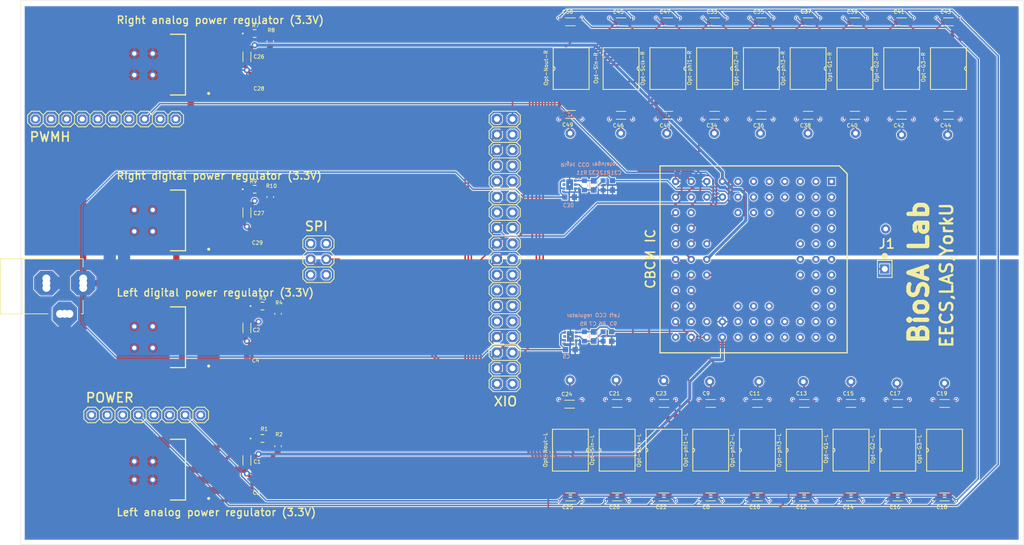
<source format=kicad_pcb>
(kicad_pcb (version 20241229) (generator "pcbnew") (generator_version "9.0")
  (layers (0 "F.Cu" signal "Top Layer") (4 "In1.Cu" signal "Power") (6 "In2.Cu" signal "Ground") (2 "B.Cu" signal "Bottom Layer") (13 "F.Paste" user "Top Paste") (15 "B.Paste" user "Bottom Paste") (5 "F.SilkS" user "Top Overlay") (7 "B.SilkS" user "Bottom Overlay") (1 "F.Mask" user "Top Solder") (3 "B.Mask" user "Bottom Solder") (25 "Edge.Cuts" user))
  (net 0 "")
  (net 1 "Nettie4_0")
  (net 2 "Nettie1_1")
  (net 3 "NOUT-R")
  (net 4 "UC_GND")
  (net 5 "UC_3.3")
  (net 6 "SIN")
  (net 7 "SIN-R")
  (net 8 "SIN-L")
  (net 9 "SCLK")
  (net 10 "SCLK-R")
  (net 11 "SCLK-L")
  (net 12 "RD_3.3")
  (net 13 "RCCO_1.85V")
  (net 14 "RA_3.3")
  (net 15 "PHI3")
  (net 16 "PHI3-R")
  (net 17 "PHI3-L")
  (net 18 "PHI2")
  (net 19 "PHI2-R")
  (net 20 "PHI2-L")
  (net 21 "PHI1")
  (net 22 "PHI1-R")
  (net 23 "PHI1-L")
  (net 24 "NOUT")
  (net 25 "NOUT-L")
  (net 26 "NetXIO_34")
  (net 27 "NetXIO_32")
  (net 28 "NetXIO_30")
  (net 29 "NetXIO_28")
  (net 30 "NetXIO_27")
  (net 31 "NetXIO_26")
  (net 32 "NetXIO_25")
  (net 33 "NetXIO_24")
  (net 34 "NetXIO_23")
  (net 35 "NetXIO_22")
  (net 36 "NetXIO_21")
  (net 37 "NetXIO_20")
  (net 38 "NetXIO_18")
  (net 39 "NetXIO_16")
  (net 40 "NetXIO_14")
  (net 41 "NetXIO_13")
  (net 42 "NetXIO_12")
  (net 43 "NetXIO_11")
  (net 44 "NetXIO_10")
  (net 45 "NetXIO_9")
  (net 46 "NetXIO_8")
  (net 47 "NetXIO_7")
  (net 48 "NetXIO_6")
  (net 49 "NetXIO_4")
  (net 50 "NetR9_2")
  (net 51 "NetR7_2")
  (net 52 "NetPWMH_10")
  (net 53 "NetPWMH_9")
  (net 54 "NetPWMH_8")
  (net 55 "NetPWMH_7")
  (net 56 "NetPWMH_6")
  (net 57 "NetPWMH_5")
  (net 58 "NetPWMH_4")
  (net 59 "NetPWMH_2")
  (net 60 "NetPWMH_1")
  (net 61 "NetPOWER_8")
  (net 62 "NetPOWER_5")
  (net 63 "NetPOWER_3")
  (net 64 "NetPOWER_2")
  (net 65 "NetPOWER_1")
  (net 66 "NetLeft digital power regulator (3.3V)_5")
  (net 67 "NetLeft analog power regulator (3.3V)_5")
  (net 68 "NetC32_2")
  (net 69 "NetC7_2")
  (net 70 "LD_3.3")
  (net 71 "LCCO_1.85V")
  (net 72 "LA_3.3")
  (net 73 "G3")
  (net 74 "G3-R")
  (net 75 "G3-L")
  (net 76 "G2")
  (net 77 "G2-R")
  (net 78 "G2-L")
  (net 79 "G1")
  (net 80 "G1-R")
  (net 81 "G1-L")
  (net 82 "D_GND")
  (net 83 "+5")
  (net 84 "NOUT_TEST")
  (net 85 "NetCBCM IC_33")
  (net 86 "NetXIO_1")
  (net 87 "RA_GND")
  (net 88 "LA_GND")
  (footprint "TO-263-5:TO-263-5" (layer "F.Cu") (at 90.9701 115.5446 180)
    (property "Reference" "Left digital power regulator (3.3V)")
    (property "Value" "TPS75901KTTR" (hide yes))
  )
  (footprint "" (layer "F.Cu") (at 179.0801 122.7846)
    (property "Reference" "")
    (property "Value" "")
  )
  (footprint "" (layer "F.Cu") (at 171.5801 122.6216)
    (property "Reference" "")
    (property "Value" "")
  )
  (footprint "51kOhm 0603 RES:RES_0816" (layer "F.Cu") (at 106.2101 132.0546)
    (property "Reference" "R1")
    (property "Value" "R" (hide yes))
  )
  (footprint "" (layer "F.Cu") (at 209.5801 123.0346)
    (property "Reference" "")
    (property "Value" "")
  )
  (footprint "47uF 0603  CAP:CAPC1608X9N" (layer "F.Cu") (at 171.6151 126.3396)
    (property "Reference" "C23")
    (property "Value" "C" (hide yes))
  )
  (footprint "" (layer "F.Cu") (at 202.8301 82.2846)
    (property "Reference" "")
    (property "Value" "")
  )
  (footprint "47uF 0603  CAP:CAPC1608X9N" (layer "F.Cu") (at 217.3351 126.3396)
    (property "Reference" "C19")
    (property "Value" "C" (hide yes))
  )
  (footprint "47uF 0603  CAP:CAPC1608X9N" (layer "F.Cu") (at 172.2501 79.3496 180)
    (property "Reference" "C48")
    (property "Value" "C" (hide yes))
  )
  (footprint "" (layer "F.Cu") (at 210.3301 82.5346)
    (property "Reference" "")
    (property "Value" "")
  )
  (footprint "47uF 0603  CAP:CAPC1608X9N" (layer "F.Cu") (at 156.3751 141.5796 180)
    (property "Reference" "C25")
    (property "Value" "C" (hide yes))
  )
  (footprint "47uF 0603  CAP:CAPC1608X9N" (layer "F.Cu") (at 210.3501 64.1096 180)
    (property "Reference" "C41")
    (property "Value" "C" (hide yes))
  )
  (footprint "" (layer "F.Cu") (at 217.3301 123.0346)
    (property "Reference" "")
    (property "Value" "")
  )
  (footprint "ACPL-072L-500E:SOIC127P1150X330-8N" (layer "F.Cu") (at 179.2351 133.9596 90)
    (property "Reference" "Opt-phi1-L")
    (property "Value" "ADUM210N1BRIZ" (hide yes))
  )
  (footprint "47uF 0603  CAP:CAPC1608X9N" (layer "F.Cu") (at 172.2501 64.1096 180)
    (property "Reference" "C47")
    (property "Value" "C" (hide yes))
  )
  (footprint "47uF 0603  CAP:CAPC1608X9N" (layer "F.Cu") (at 163.9951 141.5796)
    (property "Reference" "C20")
    (property "Value" "C" (hide yes))
  )
  (footprint "ACPL-072L-500E:SOIC127P1150X330-8N" (layer "F.Cu") (at 171.6151 133.9596 90)
    (property "Reference" "Opt-Sclk-L")
    (property "Value" "ADUM210N1BRIZ" (hide yes))
  )
  (footprint "47uF 0603  CAP:CAPC1608X9N" (layer "F.Cu") (at 187.4901 79.3496 180)
    (property "Reference" "C36")
    (property "Value" "C" (hide yes))
  )
  (footprint "1uF 0603 CAP:CAP_GRM_188" (layer "F.Cu") (at 103.6701 119.3546 90)
    (property "Reference" "C4")
    (property "Value" "C" (hide yes))
  )
  (footprint "47uF 0603  CAP:CAPC1608X9N" (layer "F.Cu") (at 156.3751 79.2226)
    (property "Reference" "C49")
    (property "Value" "C" (hide yes))
  )
  (footprint "ACPL-072L-500E:SOIC127P1150X330-8N" (layer "F.Cu") (at 210.3501 71.7296 -90)
    (property "Reference" "Opt-G2-R")
    (property "Value" "ADUM210N1BRIZ" (hide yes))
  )
  (footprint "47uF 0603  CAP:CAPC1608X9N" (layer "F.Cu") (at 202.0951 126.3396)
    (property "Reference" "C15")
    (property "Value" "C" (hide yes))
  )
  (footprint "TO-263-5:TO-263-5" (layer "F.Cu") (at 90.9701 71.0946 180)
    (property "Reference" "Right analog power regulator (3.3V)")
    (property "Value" "TPS75901KTTR" (hide yes))
  )
  (footprint "ACPL-072L-500E:SOIC127P1150X330-8N" (layer "F.Cu") (at 156.3751 133.9596 -90)
    (property "Reference" "Opt-Nout-L")
    (property "Value" "ADUM210N1BRIZ" (hide yes))
  )
  (footprint "47uF 0603  CAP:CAPC1608X9N" (layer "F.Cu") (at 163.9951 126.3396)
    (property "Reference" "C21")
    (property "Value" "C" (hide yes))
  )
  (footprint "47uF 0603  CAP:CAPC1608X9N" (layer "F.Cu") (at 103.6701 95.2246 90)
    (property "Reference" "C27")
    (property "Value" "C" (hide yes))
  )
  (footprint "47uF 0603  CAP:CAPC1608X9N" (layer "F.Cu") (at 179.2351 141.5796)
    (property "Reference" "C8")
    (property "Value" "C" (hide yes))
  )
  (footprint "TO-263-5:TO-263-5" (layer "F.Cu") (at 90.9701 137.1346 180)
    (property "Reference" "Left analog power regulator (3.3V)")
    (property "Value" "TPS75901KTTR" (hide yes))
  )
  (footprint "" (layer "F.Cu") (at 163.8301 122.5346)
    (property "Reference" "")
    (property "Value" "")
  )
  (footprint "47uF 0603  CAP:CAPC1608X9N" (layer "F.Cu") (at 202.0951 141.5796)
    (property "Reference" "C14")
    (property "Value" "C" (hide yes))
  )
  (footprint "1uF 0603 CAP:CAP_GRM_188" (layer "F.Cu") (at 103.6701 74.9046 90)
    (property "Reference" "C28")
    (property "Value" "C" (hide yes))
  )
  (footprint "30.1kOhm 0603 RES:RC0603N" (layer "F.Cu") (at 107.4801 67.2846 -90)
    (property "Reference" "R8")
    (property "Value" "R" (hide yes))
  )
  (footprint "47uF 0603  CAP:CAPC1608X9N" (layer "F.Cu") (at 156.2481 126.4666 180)
    (property "Reference" "C24")
    (property "Value" "C" (hide yes))
  )
  (footprint "ACPL-072L-500E:SOIC127P1150X330-8N" (layer "F.Cu") (at 195.1101 71.7296 -90)
    (property "Reference" "Opt-phi3-R")
    (property "Value" "ADUM210N1BRIZ" (hide yes))
  )
  (footprint "51kOhm 0603 RES:RES_0816" (layer "F.Cu") (at 104.9401 66.0146)
    (property "Reference" "R7")
    (property "Value" "R" (hide yes))
  )
  (footprint "47uF 0603  CAP:CAPC1608X9N" (layer "F.Cu") (at 195.1101 79.3496 180)
    (property "Reference" "C38")
    (property "Value" "C" (hide yes))
  )
  (footprint "47uF 0603  CAP:CAPC1608X9N" (layer "F.Cu") (at 217.3351 141.5796)
    (property "Reference" "C18")
    (property "Value" "C" (hide yes))
  )
  (footprint "47uF 0603  CAP:CAPC1608X9N" (layer "F.Cu") (at 179.8701 64.1096 180)
    (property "Reference" "C33")
    (property "Value" "C" (hide yes))
  )
  (footprint "ACPL-072L-500E:SOIC127P1150X330-8N" (layer "F.Cu") (at 156.5021 71.7296 90)
    (property "Reference" "Opt-Nout-R")
    (property "Value" "ADUM210N1BRIZ" (hide yes))
  )
  (footprint "ACPL-072L-500E:SOIC127P1150X330-8N" (layer "F.Cu") (at 163.9951 133.9596 90)
    (property "Reference" "Opt-Sin-L")
    (property "Value" "ADUM210N1BRIZ" (hide yes))
  )
  (footprint "47uF 0603  CAP:CAPC1608X9N" (layer "F.Cu") (at 194.4751 141.5796)
    (property "Reference" "C12")
    (property "Value" "C" (hide yes))
  )
  (footprint "47uF 0603  CAP:CAPC1608X9N" (layer "F.Cu") (at 202.7301 79.3496 180)
    (property "Reference" "C40")
    (property "Value" "C" (hide yes))
  )
  (footprint "47uF 0603  CAP:CAPC1608X9N" (layer "F.Cu") (at 210.3501 79.3496 180)
    (property "Reference" "C42")
    (property "Value" "C" (hide yes))
  )
  (footprint "" (layer "F.Cu") (at 207.7301 97.8846)
    (property "Reference" "")
    (property "Value" "")
  )
  (footprint "30.1kOhm 0603 RES:RC0603N" (layer "F.Cu") (at 108.7501 111.7346 -90)
    (property "Reference" "R4")
    (property "Value" "R" (hide yes))
  )
  (footprint "ACPL-072L-500E:SOIC127P1150X330-8N" (layer "F.Cu") (at 202.7301 71.7296 -90)
    (property "Reference" "Opt-G1-R")
    (property "Value" "ADUM210N1BRIZ" (hide yes))
  )
  (footprint "47uF 0603  CAP:CAPC1608X9N" (layer "F.Cu") (at 217.9701 64.1096 180)
    (property "Reference" "C43")
    (property "Value" "C" (hide yes))
  )
  (footprint "" (layer "F.Cu") (at 195.0801 82.2846)
    (property "Reference" "")
    (property "Value" "")
  )
  (footprint "TO-263-5:TO-263-5" (layer "F.Cu") (at 90.9701 96.4946 180)
    (property "Reference" "Right digital power regulator (3.3V)")
    (property "Value" "TPS75901KTTR" (hide yes))
  )
  (footprint "ACPL-072L-500E:SOIC127P1150X330-8N" (layer "F.Cu") (at 179.8701 71.7296 -90)
    (property "Reference" "Opt-phi1-R")
    (property "Value" "ADUM210N1BRIZ" (hide yes))
  )
  (footprint "ACPL-072L-500E:SOIC127P1150X330-8N" (layer "F.Cu") (at 194.4751 133.9596 90)
    (property "Reference" "Opt-phi3-L")
    (property "Value" "ADUM210N1BRIZ" (hide yes))
  )
  (footprint "47uF 0603  CAP:CAPC1608X9N" (layer "F.Cu") (at 209.7151 126.3396)
    (property "Reference" "C17")
    (property "Value" "C" (hide yes))
  )
  (footprint "47uF 0603  CAP:CAPC1608X9N" (layer "F.Cu") (at 186.8551 126.3396)
    (property "Reference" "C11")
    (property "Value" "C" (hide yes))
  )
  (footprint "" (layer "F.Cu") (at 172.0801 82.2846)
    (property "Reference" "")
    (property "Value" "")
  )
  (footprint "47uF 0603  CAP:CAPC1608X9N" (layer "F.Cu") (at 186.8551 141.5796)
    (property "Reference" "C10")
    (property "Value" "C" (hide yes))
  )
  (footprint "47uF 0603  CAP:CAPC1608X9N" (layer "F.Cu") (at 179.2351 126.3396)
    (property "Reference" "C9")
    (property "Value" "C" (hide yes))
  )
  (footprint "30.1kOhm 0603 RES:RC0603N" (layer "F.Cu") (at 107.4801 92.6846 -90)
    (property "Reference" "R10")
    (property "Value" "R" (hide yes))
  )
  (footprint "" (layer "F.Cu") (at 179.8301 82.2846)
    (property "Reference" "")
    (property "Value" "")
  )
  (footprint "Arduino_DUE_V02b:POWERSUPPLY_DC-21MM" (layer "F.Cu") (at 70.6501 106.6546 90)
    (property "Reference" "X2" (hide yes))
    (property "Value" "*" (hide yes))
  )
  (footprint "ACPL-072L-500E:SOIC127P1150X330-8N" (layer "F.Cu") (at 217.3351 133.9596 90)
    (property "Reference" "Opt-G3-L")
    (property "Value" "ADUM210N1BRIZ" (hide yes))
  )
  (footprint "CBCM IC:PGA85x11" (layer "F.Cu") (at 198.9201 90.1446 -90)
    (property "Reference" "CBCM IC")
    (property "Value" "CBCM IC" (hide yes))
  )
  (footprint "47uF 0603  CAP:CAPC1608X9N" (layer "F.Cu") (at 164.6301 79.3496 180)
    (property "Reference" "C46")
    (property "Value" "C" (hide yes))
  )
  (footprint "ACPL-072L-500E:SOIC127P1150X330-8N" (layer "F.Cu") (at 209.7151 133.9596 90)
    (property "Reference" "Opt-G2-L")
    (property "Value" "ADUM210N1BRIZ" (hide yes))
  )
  (footprint "ACPL-072L-500E:SOIC127P1150X330-8N" (layer "F.Cu") (at 186.8551 133.9596 90)
    (property "Reference" "Opt-phi2-L")
    (property "Value" "ADUM210N1BRIZ" (hide yes))
  )
  (footprint "47uF 0603  CAP:CAPC1608X9N" (layer "F.Cu") (at 171.6151 141.5796)
    (property "Reference" "C22")
    (property "Value" "C" (hide yes))
  )
  (footprint "" (layer "F.Cu") (at 202.0801 122.7846)
    (property "Reference" "")
    (property "Value" "")
  )
  (footprint "47uF 0603  CAP:CAPC1608X9N" (layer "F.Cu") (at 179.8701 79.3496 180)
    (property "Reference" "C34")
    (property "Value" "C" (hide yes))
  )
  (footprint "47uF 0603  CAP:CAPC1608X9N" (layer "F.Cu") (at 103.6701 69.8246 90)
    (property "Reference" "C26")
    (property "Value" "C" (hide yes))
  )
  (footprint "47uF 0603  CAP:CAPC1608X9N" (layer "F.Cu") (at 195.1101 64.1096 180)
    (property "Reference" "C37")
    (property "Value" "C" (hide yes))
  )
  (footprint "51kOhm 0603 RES:RES_0816" (layer "F.Cu") (at 104.9401 91.4146)
    (property "Reference" "R9")
    (property "Value" "R" (hide yes))
  )
  (footprint "" (layer "F.Cu") (at 164.5801 82.2846)
    (property "Reference" "")
    (property "Value" "")
  )
  (footprint "1uF 0603 CAP:CAP_GRM_188" (layer "F.Cu") (at 103.6701 100.3046 90)
    (property "Reference" "C29")
    (property "Value" "C" (hide yes))
  )
  (footprint "47uF 0603  CAP:CAPC1608X9N" (layer "F.Cu") (at 164.6301 64.1096 180)
    (property "Reference" "C45")
    (property "Value" "C" (hide yes))
  )
  (footprint "ACPL-072L-500E:SOIC127P1150X330-8N" (layer "F.Cu") (at 202.0951 133.9596 90)
    (property "Reference" "Opt-G1-L")
    (property "Value" "ADUM210N1BRIZ" (hide yes))
  )
  (footprint "" (layer "F.Cu") (at 187.3301 82.2846)
    (property "Reference" "")
    (property "Value" "")
  )
  (footprint "ACPL-072L-500E:SOIC127P1150X330-8N" (layer "F.Cu") (at 164.6301 71.7296 -90)
    (property "Reference" "Opt-Sin-R")
    (property "Value" "ADUM210N1BRIZ" (hide yes))
  )
  (footprint "SINGLE pin:87224-1" (layer "F.Cu") (at 207.5911 104.4036)
    (property "Reference" "J1")
    (property "Value" "87224-1" (hide yes))
  )
  (footprint "" (layer "F.Cu") (at 187.0801 122.7846)
    (property "Reference" "")
    (property "Value" "")
  )
  (footprint "47uF 0603  CAP:CAPC1608X9N" (layer "F.Cu") (at 217.9701 79.3496 180)
    (property "Reference" "C44")
    (property "Value" "C" (hide yes))
  )
  (footprint "47uF 0603  CAP:CAPC1608X9N" (layer "F.Cu") (at 187.4901 64.1096 180)
    (property "Reference" "C35")
    (property "Value" "C" (hide yes))
  )
  (footprint "47uF 0603  CAP:CAPC1608X9N" (layer "F.Cu") (at 202.7301 64.1096 180)
    (property "Reference" "C39")
    (property "Value" "C" (hide yes))
  )
  (footprint "47uF 0603  CAP:CAPC1608X9N" (layer "F.Cu") (at 194.4751 126.3396)
    (property "Reference" "C13")
    (property "Value" "C" (hide yes))
  )
  (footprint "47uF 0603  CAP:CAPC1608X9N" (layer "F.Cu") (at 103.6701 114.0206 90)
    (property "Reference" "C2")
    (property "Value" "C" (hide yes))
  )
  (footprint "47uF 0603  CAP:CAPC1608X9N" (layer "F.Cu") (at 156.3751 64.1096)
    (property "Reference" "C50")
    (property "Value" "C" (hide yes))
  )
  (footprint "30.1kOhm 0603 RES:RC0603N" (layer "F.Cu") (at 108.7501 133.3246 -90)
    (property "Reference" "R2")
    (property "Value" "R" (hide yes))
  )
  (footprint "51kOhm 0603 RES:RES_0816" (layer "F.Cu") (at 106.2101 110.4646)
    (property "Reference" "R3")
    (property "Value" "R" (hide yes))
  )
  (footprint "" (layer "F.Cu") (at 156.3301 122.5346)
    (property "Reference" "")
    (property "Value" "")
  )
  (footprint "47uF 0603  CAP:CAPC1608X9N" (layer "F.Cu") (at 103.6701 135.6106 90)
    (property "Reference" "C1")
    (property "Value" "C" (hide yes))
  )
  (footprint "" (layer "F.Cu") (at 156.3301 82.2846)
    (property "Reference" "")
    (property "Value" "")
  )
  (footprint "1uF 0603 CAP:CAP_GRM_188" (layer "F.Cu") (at 103.6701 140.9446 90)
    (property "Reference" "C3")
    (property "Value" "C" (hide yes))
  )
  (footprint "ACPL-072L-500E:SOIC127P1150X330-8N" (layer "F.Cu") (at 172.2501 71.7296 -90)
    (property "Reference" "Opt-Sclk-R")
    (property "Value" "ADUM210N1BRIZ" (hide yes))
  )
  (footprint "ACPL-072L-500E:SOIC127P1150X330-8N" (layer "F.Cu") (at 217.9701 71.7296 -90)
    (property "Reference" "Opt-G3-R")
    (property "Value" "ADUM210N1BRIZ" (hide yes))
  )
  (footprint "ACPL-072L-500E:SOIC127P1150X330-8N" (layer "F.Cu") (at 187.4901 71.7296 -90)
    (property "Reference" "Opt-phi2-R")
    (property "Value" "ADUM210N1BRIZ" (hide yes))
  )
  (footprint "" (layer "F.Cu") (at 217.8301 82.5346)
    (property "Reference" "")
    (property "Value" "")
  )
  (footprint "47uF 0603  CAP:CAPC1608X9N" (layer "F.Cu") (at 209.7151 141.5796)
    (property "Reference" "C16")
    (property "Value" "C" (hide yes))
  )
  (footprint "" (layer "F.Cu") (at 194.3301 122.7846)
    (property "Reference" "")
    (property "Value" "")
  )
  (footprint "Arduino_DUE_V02b:1X10" (layer "B.Cu") (at 80.65389 79.9592 180)
    (property "Reference" "PWMH")
    (property "Value" "10x1F-H8.5" (hide yes))
  )
  (footprint "47uF 0603  CAP:CAPC1608X9N" (layer "B.Cu") (at 160.1851 115.4176 -90)
    (property "Reference" "C7")
    (property "Value" "C" (hide yes))
  )
  (footprint "Net Tie:net_tie" (layer "B.Cu") (at 74.0029 113.8682 90)
    (property "Reference" "tie1" (hide yes))
    (property "Value" "Net Tie" (hide yes))
  )
  (footprint "1uF 0603 CAP:CAP_GRM_188" (layer "B.Cu") (at 163.2331 90.7796 90)
    (property "Reference" "C31")
    (property "Value" "C" (hide yes))
  )
  (footprint "30.1kOhm 0603 RES:RC0603N" (layer "B.Cu") (at 158.6611 90.7796 -90)
    (property "Reference" "R11")
    (property "Value" "R" (hide yes))
  )
  (footprint "Net Tie:net_tie" (layer "B.Cu") (at 76.2301 111.7846 180)
    (property "Reference" "tie3" (hide yes))
    (property "Value" "Net Tie" (hide yes))
  )
  (footprint "NCP705MTADJTCG:WDFN6" (layer "B.Cu") (at 156.2481 90.65259 -90)
    (property "Reference" "Right CCO regulator")
    (property "Value" "NCP705MTADJTCG" (hide yes))
  )
  (footprint "Net Tie:net_tie" (layer "B.Cu") (at 81.3301 102.2846 -90)
    (property "Reference" "tie2" (hide yes))
    (property "Value" "Net Tie" (hide yes))
  )
  (footprint "NCP705MTADJTCG:WDFN6" (layer "B.Cu") (at 156.3751 115.4176 -90)
    (property "Reference" "Left CCO regulator")
    (property "Value" "NCP705MTADJTCG" (hide yes))
  )
  (footprint "Net Tie:net_tie" (layer "B.Cu") (at 72.2301 106.6846)
    (property "Reference" "tie4" (hide yes))
    (property "Value" "Net Tie" (hide yes))
  )
  (footprint "Arduino_DUE_V02b:2X03" (layer "B.Cu") (at 115.32489 102.8192 -90)
    (property "Reference" "SPI")
    (property "Value" "3x2M" (hide yes))
  )
  (footprint "Arduino_DUE_V02b:1X08" (layer "B.Cu") (at 87.25789 128.2192)
    (property "Reference" "POWER")
    (property "Value" "8x1F-H8.5" (hide yes))
  )
  (footprint "Net Tie:net_tie" (layer "B.Cu") (at 83.6549 102.8954 90)
    (property "Reference" "tie5" (hide yes))
    (property "Value" "Net Tie" (hide yes))
  )
  (footprint "1uF 0603 CAP:CAP_GRM_188" (layer "B.Cu") (at 163.1061 115.4176 90)
    (property "Reference" "C6")
    (property "Value" "C" (hide yes))
  )
  (footprint "30.1kOhm 0603 RES:RC0603N" (layer "B.Cu") (at 158.6611 115.4176 -90)
    (property "Reference" "R5")
    (property "Value" "R" (hide yes))
  )
  (footprint "30.1kOhm 0603 RES:RC0603N" (layer "B.Cu") (at 161.7091 115.4176 -90)
    (property "Reference" "R6")
    (property "Value" "R" (hide yes))
  )
  (footprint "1uF 0603 CAP:CAP_GRM_188" (layer "B.Cu") (at 156.3751 117.5766 180)
    (property "Reference" "C5")
    (property "Value" "C" (hide yes))
  )
  (footprint "47uF 0603  CAP:CAPC1608X9N" (layer "B.Cu") (at 160.1851 90.7796 -90)
    (property "Reference" "C32")
    (property "Value" "C" (hide yes))
  )
  (footprint "30.1kOhm 0603 RES:RC0603N" (layer "B.Cu") (at 161.7091 90.7796 -90)
    (property "Reference" "R12")
    (property "Value" "R" (hide yes))
  )
  (footprint "Arduino_DUE_V02b:2X18" (layer "B.Cu") (at 145.67789 101.5492 -90)
    (property "Reference" "XIO")
    (property "Value" "18x2F-H8.5" (hide yes))
  )
  (footprint "Net Tie:net_tie" (layer "B.Cu") (at 71.0301 104.4846 -90)
    (property "Reference" "tie6" (hide yes))
    (property "Value" "Net Tie" (hide yes))
  )
  (footprint "1uF 0603 CAP:CAP_GRM_188" (layer "B.Cu") (at 156.2481 92.6846 180)
    (property "Reference" "C30")
    (property "Value" "C" (hide yes))
  )
  (gr_line (start 230.1621 60.6806) (end 230.1621 149.3266) (stroke (width 0.05)) (layer "Edge.Cuts"))
  (gr_line (start 66.8401 149.3266) (end 66.8401 60.6806) (stroke (width 0.05)) (layer "Edge.Cuts"))
  (gr_line (start 66.8401 60.6806) (end 230.1621 60.6806) (stroke (width 0.05)) (layer "Edge.Cuts"))
  (gr_line (start 230.1621 149.3266) (end 66.8401 149.3266) (stroke (width 0.05)) (layer "Edge.Cuts"))
  (gr_text "EECS,LAS,YorkU" (at 218.85402 117.4496 90) (layer "F.SilkS") (effects (font (size 2.032 2.032) (thickness 0.381)) (justify left bottom)))
  (gr_text "BioSA Lab" (at 214.91448 116.9416 90) (layer "F.SilkS") (effects (font (size 3.048 3.048) (thickness 0.7112)) (justify left bottom)))
  (segment (start 159.0675 80.022) (end 159.0675 76.10568) (width 0.254) (layer "F.Cu") (net 3))
  (segment (start 156.4767 76.10568) (end 156.69989 75.8825) (width 0.254) (layer "F.Cu") (net 3))
  (segment (start 155.7401 77.1144) (end 156.4767 76.3778) (width 0.254) (layer "F.Cu") (net 3))
  (segment (start 174.03165 88.9096) (end 174.41265 89.2906) (width 0.254) (layer "F.Cu") (net 3))
  (segment (start 175.2061 89.2906) (end 176.0601 90.1446) (width 0.254) (layer "F.Cu") (net 3))
  (segment (start 156.3441 82.2706) (end 156.3441 77.7184) (width 0.254) (layer "F.Cu") (net 3))
  (segment (start 173.17265 88.4936) (end 173.58865 88.9096) (width 0.254) (layer "F.Cu") (net 3))
  (segment (start 156.4767 76.3778) (end 156.4767 76.10568) (width 0.254) (layer "F.Cu") (net 3))
  (segment (start 156.3301 82.2846) (end 156.3441 82.2706) (width 0.254) (layer "F.Cu") (net 3))
  (segment (start 156.69989 75.8825) (end 158.84432 75.8825) (width 0.254) (layer "F.Cu") (net 3))
  (segment (start 173.58865 88.9096) (end 174.03165 88.9096) (width 0.254) (layer "F.Cu") (net 3))
  (segment (start 174.41265 89.2906) (end 175.2061 89.2906) (width 0.254) (layer "F.Cu") (net 3))
  (segment (start 167.5391 88.4936) (end 173.17265 88.4936) (width 0.254) (layer "F.Cu") (net 3))
  (segment (start 159.0675 80.022) (end 167.5391 88.4936) (width 0.254) (layer "F.Cu") (net 3))
  (segment (start 155.7401 77.1144) (end 156.3441 77.7184) (width 0.254) (layer "F.Cu") (net 3))
  (segment (start 158.84432 75.8825) (end 159.0675 76.10568) (width 0.254) (layer "F.Cu") (net 3))
  (segment (start 186.2201 64.1096) (end 186.7401 64.1096) (width 0.254) (layer "F.Cu") (net 4))
  (segment (start 181.1401 140.4246) (end 181.1401 139.3444) (width 0.254) (layer "F.Cu") (net 4))
  (segment (start 170.3451 66.3448) (end 170.3451 65.2646) (width 0.254) (layer "F.Cu") (net 4))
  (segment (start 185.5851 66.3448) (end 185.5851 65.2646) (width 0.254) (layer "F.Cu") (net 4))
  (segment (start 154.4701 142.2146) (end 155.1051 141.5796) (width 0.254) (layer "F.Cu") (net 4))
  (segment (start 210.9851 141.5796) (end 211.6201 142.2146) (width 0.254) (layer "F.Cu") (net 4))
  (segment (start 162.7251 65.2646) (end 163.8801 64.1096) (width 0.254) (layer "F.Cu") (net 4))
  (segment (start 170.9801 64.1096) (end 171.5001 64.1096) (width 0.254) (layer "F.Cu") (net 4))
  (segment (start 162.7251 66.3448) (end 162.7251 65.2646) (width 0.254) (layer "F.Cu") (net 4))
  (segment (start 200.8251 65.2646) (end 201.9801 64.1096) (width 0.254) (layer "F.Cu") (net 4))
  (segment (start 195.7451 141.5796) (end 196.3801 142.2146) (width 0.254) (layer "F.Cu") (net 4))
  (segment (start 208.4451 65.2646) (end 209.6001 64.1096) (width 0.254) (layer "F.Cu") (net 4))
  (segment (start 164.7451 141.5796) (end 165.2651 141.5796) (width 0.254) (layer "F.Cu") (net 4))
  (segment (start 187.6051 141.5796) (end 188.1251 141.5796) (width 0.254) (layer "F.Cu") (net 4))
  (segment (start 165.9001 140.4246) (end 165.9001 139.3444) (width 0.254) (layer "F.Cu") (net 4))
  (segment (start 154.4701 140.4246) (end 155.6251 141.5796) (width 0.254) (layer "F.Cu") (net 4))
  (segment (start 155.1051 141.5796) (end 155.6251 141.5796) (width 0.254) (layer "F.Cu") (net 4))
  (segment (start 200.8251 63.4746) (end 201.4601 64.1096) (width 0.254) (layer "F.Cu") (net 4))
  (segment (start 185.5851 63.4746) (end 186.2201 64.1096) (width 0.254) (layer "F.Cu") (net 4))
  (segment (start 208.4451 66.3448) (end 208.4451 65.2646) (width 0.254) (layer "F.Cu") (net 4))
  (segment (start 157.1251 64.1096) (end 158.4071 65.3916) (width 0.254) (layer "F.Cu") (net 4))
  (segment (start 193.2051 65.2646) (end 194.3601 64.1096) (width 0.254) (layer "F.Cu") (net 4))
  (segment (start 179.9851 141.5796) (end 180.5051 141.5796) (width 0.254) (layer "F.Cu") (net 4))
  (segment (start 193.2051 63.4746) (end 193.8401 64.1096) (width 0.254) (layer "F.Cu") (net 4))
  (segment (start 195.2251 141.5796) (end 195.7451 141.5796) (width 0.254) (layer "F.Cu") (net 4))
  (segment (start 164.7451 141.5796) (end 165.9001 140.4246) (width 0.254) (layer "F.Cu") (net 4))
  (segment (start 170.3451 63.4746) (end 170.9801 64.1096) (width 0.254) (layer "F.Cu") (net 4))
  (segment (start 196.3801 140.4246) (end 196.3801 139.3444) (width 0.254) (layer "F.Cu") (net 4))
  (segment (start 208.4451 63.4746) (end 209.0801 64.1096) (width 0.254) (layer "F.Cu") (net 4))
  (segment (start 172.8851 141.5796) (end 173.5201 142.2146) (width 0.254) (layer "F.Cu") (net 4))
  (segment (start 177.9651 63.4746) (end 178.6001 64.1096) (width 0.254) (layer "F.Cu") (net 4))
  (segment (start 154.4701 140.4246) (end 154.4701 139.3444) (width 0.254) (layer "F.Cu") (net 4))
  (segment (start 165.2651 141.5796) (end 165.9001 142.2146) (width 0.254) (layer "F.Cu") (net 4))
  (segment (start 210.4651 141.5796) (end 210.9851 141.5796) (width 0.254) (layer "F.Cu") (net 4))
  (segment (start 216.0651 66.3448) (end 216.0651 65.2646) (width 0.254) (layer "F.Cu") (net 4))
  (segment (start 193.2051 66.3448) (end 193.2051 65.2646) (width 0.254) (layer "F.Cu") (net 4))
  (segment (start 177.9651 65.2646) (end 179.1201 64.1096) (width 0.254) (layer "F.Cu") (net 4))
  (segment (start 185.5851 65.2646) (end 186.7401 64.1096) (width 0.254) (layer "F.Cu") (net 4))
  (segment (start 216.0651 65.2646) (end 217.2201 64.1096) (width 0.254) (layer "F.Cu") (net 4))
  (segment (start 162.7251 63.4746) (end 163.3601 64.1096) (width 0.254) (layer "F.Cu") (net 4))
  (segment (start 195.2251 141.5796) (end 196.3801 140.4246) (width 0.254) (layer "F.Cu") (net 4))
  (segment (start 201.4601 64.1096) (end 201.9801 64.1096) (width 0.254) (layer "F.Cu") (net 4))
  (segment (start 177.9651 66.3448) (end 177.9651 65.2646) (width 0.254) (layer "F.Cu") (net 4))
  (segment (start 188.1251 141.5796) (end 188.7601 142.2146) (width 0.254) (layer "F.Cu") (net 4))
  (segment (start 179.9851 141.5796) (end 181.1401 140.4246) (width 0.254) (layer "F.Cu") (net 4))
  (segment (start 187.6051 141.5796) (end 188.7601 140.4246) (width 0.254) (layer "F.Cu") (net 4))
  (segment (start 193.8401 64.1096) (end 194.3601 64.1096) (width 0.254) (layer "F.Cu") (net 4))
  (segment (start 202.8451 141.5796) (end 203.3651 141.5796) (width 0.254) (layer "F.Cu") (net 4))
  (segment (start 209.0801 64.1096) (end 209.6001 64.1096) (width 0.254) (layer "F.Cu") (net 4))
  (segment (start 163.3601 64.1096) (end 163.8801 64.1096) (width 0.254) (layer "F.Cu") (net 4))
  (segment (start 204.0001 140.4246) (end 204.0001 139.3444) (width 0.254) (layer "F.Cu") (net 4))
  (segment (start 170.3451 65.2646) (end 171.5001 64.1096) (width 0.254) (layer "F.Cu") (net 4))
  (segment (start 200.8251 66.3448) (end 200.8251 65.2646) (width 0.254) (layer "F.Cu") (net 4))
  (segment (start 157.1251 64.1096) (end 157.6451 64.1096) (width 0.254) (layer "F.Cu") (net 4))
  (segment (start 158.4071 66.3448) (end 158.4071 65.3916) (width 0.254) (layer "F.Cu") (net 4))
  (segment (start 180.5051 141.5796) (end 181.1401 142.2146) (width 0.254) (layer "F.Cu") (net 4))
  (segment (start 157.6451 64.1096) (end 158.2801 63.4746) (width 0.254) (layer "F.Cu") (net 4))
  (segment (start 188.7601 140.4246) (end 188.7601 139.3444) (width 0.254) (layer "F.Cu") (net 4))
  (segment (start 172.3651 141.5796) (end 172.8851 141.5796) (width 0.254) (layer "F.Cu") (net 4))
  (segment (start 218.0851 141.5796) (end 219.2401 140.4246) (width 0.254) (layer "F.Cu") (net 4))
  (segment (start 172.3651 141.5796) (end 173.5201 140.4246) (width 0.254) (layer "F.Cu") (net 4))
  (segment (start 178.6001 64.1096) (end 179.1201 64.1096) (width 0.254) (layer "F.Cu") (net 4))
  (segment (start 216.0651 63.4746) (end 216.7001 64.1096) (width 0.254) (layer "F.Cu") (net 4))
  (segment (start 203.3651 141.5796) (end 204.0001 142.2146) (width 0.254) (layer "F.Cu") (net 4))
  (segment (start 210.4651 141.5796) (end 211.6201 140.4246) (width 0.254) (layer "F.Cu") (net 4))
  (segment (start 216.7001 64.1096) (end 217.2201 64.1096) (width 0.254) (layer "F.Cu") (net 4))
  (segment (start 219.2401 140.4246) (end 219.2401 139.3444) (width 0.254) (layer "F.Cu") (net 4))
  (segment (start 218.0851 141.5796) (end 218.6051 141.5796) (width 0.254) (layer "F.Cu") (net 4))
  (segment (start 202.8451 141.5796) (end 204.0001 140.4246) (width 0.254) (layer "F.Cu") (net 4))
  (segment (start 211.6201 140.4246) (end 211.6201 139.3444) (width 0.254) (layer "F.Cu") (net 4))
  (segment (start 218.6051 141.5796) (end 219.2401 142.2146) (width 0.254) (layer "F.Cu") (net 4))
  (segment (start 173.5201 140.4246) (end 173.5201 139.3444) (width 0.254) (layer "F.Cu") (net 4))
  (via (at 196.3801 142.2146) (size 0.508) (drill 0.254) (layers "F.Cu" "B.Cu") (net 4))
  (via (at 219.2401 142.2146) (size 0.508) (drill 0.254) (layers "F.Cu" "B.Cu") (net 4))
  (via (at 154.4701 142.2146) (size 0.508) (drill 0.254) (layers "F.Cu" "B.Cu") (net 4))
  (via (at 204.0001 142.2146) (size 0.508) (drill 0.254) (layers "F.Cu" "B.Cu") (net 4))
  (via (at 211.6201 142.2146) (size 0.508) (drill 0.254) (layers "F.Cu" "B.Cu") (net 4))
  (via (at 208.4451 63.4746) (size 0.508) (drill 0.254) (layers "F.Cu" "B.Cu") (net 4))
  (via (at 193.2051 63.4746) (size 0.508) (drill 0.254) (layers "F.Cu" "B.Cu") (net 4))
  (via (at 158.2801 63.4746) (size 0.508) (drill 0.254) (layers "F.Cu" "B.Cu") (net 4))
  (via (at 200.8251 63.4746) (size 0.508) (drill 0.254) (layers "F.Cu" "B.Cu") (net 4))
  (via (at 181.1401 142.2146) (size 0.508) (drill 0.254) (layers "F.Cu" "B.Cu") (net 4))
  (via (at 216.0651 63.4746) (size 0.508) (drill 0.254) (layers "F.Cu" "B.Cu") (net 4))
  (via (at 162.7251 63.4746) (size 0.508) (drill 0.254) (layers "F.Cu" "B.Cu") (net 4))
  (via (at 185.5851 63.4746) (size 0.508) (drill 0.254) (layers "F.Cu" "B.Cu") (net 4))
  (via (at 165.9001 142.2146) (size 0.508) (drill 0.254) (layers "F.Cu" "B.Cu") (net 4))
  (via (at 173.5201 142.2146) (size 0.508) (drill 0.254) (layers "F.Cu" "B.Cu") (net 4))
  (via (at 177.9651 63.4746) (size 0.508) (drill 0.254) (layers "F.Cu" "B.Cu") (net 4))
  (via (at 170.3451 63.4746) (size 0.508) (drill 0.254) (layers "F.Cu" "B.Cu") (net 4))
  (via (at 188.7601 142.2146) (size 0.508) (drill 0.254) (layers "F.Cu" "B.Cu") (net 4))
  (segment (start 165.1381 141.4526) (end 172.7581 141.4526) (width 0.254) (layer "B.Cu") (net 4))
  (segment (start 222.8301 138.6246) (end 222.8301 70.2396) (width 0.254) (layer "B.Cu") (net 4))
  (segment (start 210.8581 141.4526) (end 211.6201 142.2146) (width 0.254) (layer "B.Cu") (net 4))
  (segment (start 209.9691 64.9986) (end 217.5891 64.9986) (width 0.254) (layer "B.Cu") (net 4))
  (segment (start 202.3491 64.9986) (end 209.9691 64.9986) (width 0.254) (layer "B.Cu") (net 4))
  (segment (start 208.4451 63.4746) (end 209.9691 64.9986) (width 0.254) (layer "B.Cu") (net 4))
  (segment (start 172.7581 141.4526) (end 173.5201 142.2146) (width 0.254) (layer "B.Cu") (net 4))
  (segment (start 106.85787 142.2146) (end 154.4701 142.2146) (width 0.254) (layer "B.Cu") (net 4))
  (segment (start 180.3781 141.4526) (end 181.1401 142.2146) (width 0.254) (layer "B.Cu") (net 4))
  (segment (start 93.60789 128.2192) (end 102.7811 137.39241) (width 0.254) (layer "B.Cu") (net 4))
  (segment (start 193.2051 63.4746) (end 194.7291 64.9986) (width 0.254) (layer "B.Cu") (net 4))
  (segment (start 165.1381 141.4526) (end 165.9001 142.2146) (width 0.254) (layer "B.Cu") (net 4))
  (segment (start 200.8251 63.4746) (end 202.3491 64.9986) (width 0.254) (layer "B.Cu") (net 4))
  (segment (start 180.3781 141.4526) (end 187.9981 141.4526) (width 0.254) (layer "B.Cu") (net 4))
  (segment (start 219.2401 142.2146) (end 222.8301 138.6246) (width 0.254) (layer "B.Cu") (net 4))
  (segment (start 185.5851 63.4746) (end 187.1091 64.9986) (width 0.254) (layer "B.Cu") (net 4))
  (segment (start 158.2801 63.4746) (end 159.8041 64.9986) (width 0.254) (layer "B.Cu") (net 4))
  (segment (start 164.2491 64.9986) (end 171.8691 64.9986) (width 0.254) (layer "B.Cu") (net 4))
  (segment (start 187.9981 141.4526) (end 195.6181 141.4526) (width 0.254) (layer "B.Cu") (net 4))
  (segment (start 102.7811 138.13783) (end 102.7811 137.39241) (width 0.254) (layer "B.Cu") (net 4))
  (segment (start 172.7581 141.4526) (end 180.3781 141.4526) (width 0.254) (layer "B.Cu") (net 4))
  (segment (start 218.4781 141.4526) (end 219.0801 142.0546) (width 0.254) (layer "B.Cu") (net 4))
  (segment (start 187.1091 64.9986) (end 194.7291 64.9986) (width 0.254) (layer "B.Cu") (net 4))
  (segment (start 171.8691 64.9986) (end 179.4891 64.9986) (width 0.254) (layer "B.Cu") (net 4))
  (segment (start 159.8041 64.9986) (end 164.2491 64.9986) (width 0.254) (layer "B.Cu") (net 4))
  (segment (start 162.7251 63.4746) (end 164.2491 64.9986) (width 0.254) (layer "B.Cu") (net 4))
  (segment (start 203.2381 141.4526) (end 210.8581 141.4526) (width 0.254) (layer "B.Cu") (net 4))
  (segment (start 170.3451 63.4746) (end 171.8691 64.9986) (width 0.254) (layer "B.Cu") (net 4))
  (segment (start 203.2381 141.4526) (end 204.0001 142.2146) (width 0.254) (layer "B.Cu") (net 4))
  (segment (start 179.4891 64.9986) (end 187.1091 64.9986) (width 0.254) (layer "B.Cu") (net 4))
  (segment (start 195.6181 141.4526) (end 203.2381 141.4526) (width 0.254) (layer "B.Cu") (net 4))
  (segment (start 177.9651 63.4746) (end 179.4891 64.9986) (width 0.254) (layer "B.Cu") (net 4))
  (segment (start 195.6181 141.4526) (end 196.3801 142.2146) (width 0.254) (layer "B.Cu") (net 4))
  (segment (start 210.8581 141.4526) (end 218.4781 141.4526) (width 0.254) (layer "B.Cu") (net 4))
  (segment (start 154.4701 142.2146) (end 155.2321 141.4526) (width 0.254) (layer "B.Cu") (net 4))
  (segment (start 155.2321 141.4526) (end 165.1381 141.4526) (width 0.254) (layer "B.Cu") (net 4))
  (segment (start 187.9981 141.4526) (end 188.7601 142.2146) (width 0.254) (layer "B.Cu") (net 4))
  (segment (start 216.0651 63.4746) (end 222.8301 70.2396) (width 0.254) (layer "B.Cu") (net 4))
  (segment (start 194.7291 64.9986) (end 202.3491 64.9986) (width 0.254) (layer "B.Cu") (net 4))
  (segment (start 102.7811 138.13783) (end 106.85787 142.2146) (width 0.254) (layer "B.Cu") (net 4))
  (segment (start 203.4801 64.1096) (end 204.6351 65.2646) (width 0.254) (layer "F.Cu") (net 5))
  (segment (start 212.2551 66.3448) (end 212.2551 65.2646) (width 0.254) (layer "F.Cu") (net 5))
  (segment (start 207.8101 140.4246) (end 207.8101 139.3444) (width 0.254) (layer "F.Cu") (net 5))
  (segment (start 188.2401 64.1096) (end 189.3951 65.2646) (width 0.254) (layer "F.Cu") (net 5))
  (segment (start 177.3301 142.2146) (end 177.9651 141.5796) (width 0.254) (layer "F.Cu") (net 5))
  (segment (start 200.1901 142.2146) (end 200.8251 141.5796) (width 0.254) (layer "F.Cu") (net 5))
  (segment (start 170.3451 141.5796) (end 170.8651 141.5796) (width 0.254) (layer "F.Cu") (net 5))
  (segment (start 180.6201 64.1096) (end 181.1401 64.1096) (width 0.254) (layer "F.Cu") (net 5))
  (segment (start 177.3301 140.4246) (end 178.4851 141.5796) (width 0.254) (layer "F.Cu") (net 5))
  (segment (start 157.1251 141.5796) (end 157.6451 141.5796) (width 0.254) (layer "F.Cu") (net 5))
  (segment (start 154.5971 65.1376) (end 155.6251 64.1096) (width 0.254) (layer "F.Cu") (net 5))
  (segment (start 162.0901 140.4246) (end 162.0901 139.3444) (width 0.254) (layer "F.Cu") (net 5))
  (segment (start 173.5201 64.1096) (end 174.1551 63.4746) (width 0.254) (layer "F.Cu") (net 5))
  (segment (start 166.5351 66.3448) (end 166.5351 65.2646) (width 0.254) (layer "F.Cu") (net 5))
  (segment (start 203.4801 64.1096) (end 204.0001 64.1096) (width 0.254) (layer "F.Cu") (net 5))
  (segment (start 169.7101 142.2146) (end 170.3451 141.5796) (width 0.254) (layer "F.Cu") (net 5))
  (segment (start 211.6201 64.1096) (end 212.2551 63.4746) (width 0.254) (layer "F.Cu") (net 5))
  (segment (start 165.3801 64.1096) (end 166.5351 65.2646) (width 0.254) (layer "F.Cu") (net 5))
  (segment (start 155.1051 64.1096) (end 155.6251 64.1096) (width 0.254) (layer "F.Cu") (net 5))
  (segment (start 162.0901 142.2146) (end 162.7251 141.5796) (width 0.254) (layer "F.Cu") (net 5))
  (segment (start 157.1251 141.5796) (end 158.2801 140.4246) (width 0.254) (layer "F.Cu") (net 5))
  (segment (start 177.9651 141.5796) (end 178.4851 141.5796) (width 0.254) (layer "F.Cu") (net 5))
  (segment (start 173.0001 64.1096) (end 174.1551 65.2646) (width 0.254) (layer "F.Cu") (net 5))
  (segment (start 184.9501 142.2146) (end 185.5851 141.5796) (width 0.254) (layer "F.Cu") (net 5))
  (segment (start 157.6451 141.5796) (end 158.2801 142.2146) (width 0.254) (layer "F.Cu") (net 5))
  (segment (start 189.3951 66.3448) (end 189.3951 65.2646) (width 0.254) (layer "F.Cu") (net 5))
  (segment (start 208.4451 141.5796) (end 208.9651 141.5796) (width 0.254) (layer "F.Cu") (net 5))
  (segment (start 177.3301 140.4246) (end 177.3301 139.3444) (width 0.254) (layer "F.Cu") (net 5))
  (segment (start 188.2401 64.1096) (end 188.7601 64.1096) (width 0.254) (layer "F.Cu") (net 5))
  (segment (start 211.1001 64.1096) (end 212.2551 65.2646) (width 0.254) (layer "F.Cu") (net 5))
  (segment (start 181.1401 64.1096) (end 181.7751 63.4746) (width 0.254) (layer "F.Cu") (net 5))
  (segment (start 196.3801 64.1096) (end 197.0151 63.4746) (width 0.254) (layer "F.Cu") (net 5))
  (segment (start 207.8101 140.4246) (end 208.9651 141.5796) (width 0.254) (layer "F.Cu") (net 5))
  (segment (start 204.0001 64.1096) (end 204.6351 63.4746) (width 0.254) (layer "F.Cu") (net 5))
  (segment (start 195.8601 64.1096) (end 196.3801 64.1096) (width 0.254) (layer "F.Cu") (net 5))
  (segment (start 184.9501 140.4246) (end 184.9501 139.3444) (width 0.254) (layer "F.Cu") (net 5))
  (segment (start 200.8251 141.5796) (end 201.3451 141.5796) (width 0.254) (layer "F.Cu") (net 5))
  (segment (start 154.4701 63.4746) (end 155.1051 64.1096) (width 0.254) (layer "F.Cu") (net 5))
  (segment (start 169.7101 140.4246) (end 170.8651 141.5796) (width 0.254) (layer "F.Cu") (net 5))
  (segment (start 204.6351 66.3448) (end 204.6351 65.2646) (width 0.254) (layer "F.Cu") (net 5))
  (segment (start 195.8601 64.1096) (end 197.0151 65.2646) (width 0.254) (layer "F.Cu") (net 5))
  (segment (start 174.1551 66.3448) (end 174.1551 65.2646) (width 0.254) (layer "F.Cu") (net 5))
  (segment (start 218.7201 64.1096) (end 219.8751 65.2646) (width 0.254) (layer "F.Cu") (net 5))
  (segment (start 200.1901 140.4246) (end 201.3451 141.5796) (width 0.254) (layer "F.Cu") (net 5))
  (segment (start 216.0651 141.5796) (end 216.5851 141.5796) (width 0.254) (layer "F.Cu") (net 5))
  (segment (start 192.5701 140.4246) (end 193.7251 141.5796) (width 0.254) (layer "F.Cu") (net 5))
  (segment (start 180.6201 64.1096) (end 181.7751 65.2646) (width 0.254) (layer "F.Cu") (net 5))
  (segment (start 169.7101 140.4246) (end 169.7101 139.3444) (width 0.254) (layer "F.Cu") (net 5))
  (segment (start 197.0151 66.3448) (end 197.0151 65.2646) (width 0.254) (layer "F.Cu") (net 5))
  (segment (start 219.2401 64.1096) (end 219.8751 63.4746) (width 0.254) (layer "F.Cu") (net 5))
  (segment (start 192.5701 142.2146) (end 193.2051 141.5796) (width 0.254) (layer "F.Cu") (net 5))
  (segment (start 165.9001 64.1096) (end 166.5351 63.4746) (width 0.254) (layer "F.Cu") (net 5))
  (segment (start 181.7751 66.3448) (end 181.7751 65.2646) (width 0.254) (layer "F.Cu") (net 5))
  (segment (start 215.4301 140.4246) (end 216.5851 141.5796) (width 0.254) (layer "F.Cu") (net 5))
  (segment (start 165.3801 64.1096) (end 165.9001 64.1096) (width 0.254) (layer "F.Cu") (net 5))
  (segment (start 192.5701 140.4246) (end 192.5701 139.3444) (width 0.254) (layer "F.Cu") (net 5))
  (segment (start 158.2801 140.4246) (end 158.2801 139.3444) (width 0.254) (layer "F.Cu") (net 5))
  (segment (start 162.0901 140.4246) (end 163.2451 141.5796) (width 0.254) (layer "F.Cu") (net 5))
  (segment (start 219.8751 66.3448) (end 219.8751 65.2646) (width 0.254) (layer "F.Cu") (net 5))
  (segment (start 173.0001 64.1096) (end 173.5201 64.1096) (width 0.254) (layer "F.Cu") (net 5))
  (segment (start 184.9501 140.4246) (end 186.1051 141.5796) (width 0.254) (layer "F.Cu") (net 5))
  (segment (start 207.8101 142.2146) (end 208.4451 141.5796) (width 0.254) (layer "F.Cu") (net 5))
  (segment (start 215.4301 140.4246) (end 215.4301 139.3444) (width 0.254) (layer "F.Cu") (net 5))
  (segment (start 185.5851 141.5796) (end 186.1051 141.5796) (width 0.254) (layer "F.Cu") (net 5))
  (segment (start 215.4301 142.2146) (end 216.0651 141.5796) (width 0.254) (layer "F.Cu") (net 5))
  (segment (start 218.7201 64.1096) (end 219.2401 64.1096) (width 0.254) (layer "F.Cu") (net 5))
  (segment (start 193.2051 141.5796) (end 193.7251 141.5796) (width 0.254) (layer "F.Cu") (net 5))
  (segment (start 162.7251 141.5796) (end 163.2451 141.5796) (width 0.254) (layer "F.Cu") (net 5))
  (segment (start 200.1901 140.4246) (end 200.1901 139.3444) (width 0.254) (layer "F.Cu") (net 5))
  (segment (start 211.1001 64.1096) (end 211.6201 64.1096) (width 0.254) (layer "F.Cu") (net 5))
  (segment (start 154.5971 66.3448) (end 154.5971 65.1376) (width 0.254) (layer "F.Cu") (net 5))
  (segment (start 188.7601 64.1096) (end 189.3951 63.4746) (width 0.254) (layer "F.Cu") (net 5))
  (via (at 207.8101 142.2146) (size 0.508) (drill 0.254) (layers "F.Cu" "B.Cu") (net 5))
  (via (at 200.1901 142.2146) (size 0.508) (drill 0.254) (layers "F.Cu" "B.Cu") (net 5))
  (via (at 192.5701 142.2146) (size 0.508) (drill 0.254) (layers "F.Cu" "B.Cu") (net 5))
  (via (at 204.6351 63.4746) (size 0.508) (drill 0.254) (layers "F.Cu" "B.Cu") (net 5))
  (via (at 154.4701 63.4746) (size 0.508) (drill 0.254) (layers "F.Cu" "B.Cu") (net 5))
  (via (at 215.4301 142.2146) (size 0.508) (drill 0.254) (layers "F.Cu" "B.Cu") (net 5))
  (via (at 212.2551 63.4746) (size 0.508) (drill 0.254) (layers "F.Cu" "B.Cu") (net 5))
  (via (at 158.2801 142.2146) (size 0.508) (drill 0.254) (layers "F.Cu" "B.Cu") (net 5))
  (via (at 197.0151 63.4746) (size 0.508) (drill 0.254) (layers "F.Cu" "B.Cu") (net 5))
  (via (at 189.3951 63.4746) (size 0.508) (drill 0.254) (layers "F.Cu" "B.Cu") (net 5))
  (via (at 162.0901 142.2146) (size 0.508) (drill 0.254) (layers "F.Cu" "B.Cu") (net 5))
  (via (at 169.7101 142.2146) (size 0.508) (drill 0.254) (layers "F.Cu" "B.Cu") (net 5))
  (via (at 177.3301 142.2146) (size 0.508) (drill 0.254) (layers "F.Cu" "B.Cu") (net 5))
  (via (at 184.9501 142.2146) (size 0.508) (drill 0.254) (layers "F.Cu" "B.Cu") (net 5))
  (via (at 166.5351 63.4746) (size 0.508) (drill 0.254) (layers "F.Cu" "B.Cu") (net 5))
  (via (at 181.7751 63.4746) (size 0.508) (drill 0.254) (layers "F.Cu" "B.Cu") (net 5))
  (via (at 174.1551 63.4746) (size 0.508) (drill 0.254) (layers "F.Cu" "B.Cu") (net 5))
  (via (at 219.8751 63.4746) (size 0.508) (drill 0.254) (layers "F.Cu" "B.Cu") (net 5))
  (segment (start 207.0481 142.9766) (end 219.37613 142.9766) (width 0.254) (layer "B.Cu") (net 5))
  (segment (start 203.3651 62.2046) (end 210.9851 62.2046) (width 0.254) (layer "B.Cu") (net 5))
  (segment (start 195.7451 62.2046) (end 197.0151 63.4746) (width 0.254) (layer "B.Cu") (net 5))
  (segment (start 176.6951 142.9766) (end 184.1881 142.9766) (width 0.254) (layer "B.Cu") (net 5))
  (segment (start 161.4551 142.9766) (end 162.0901 142.3416) (width 0.254) (layer "B.Cu") (net 5))
  (segment (start 165.2651 62.2046) (end 172.8851 62.2046) (width 0.254) (layer "B.Cu") (net 5))
  (segment (start 199.4281 142.9766) (end 200.1901 142.2146) (width 0.254) (layer "B.Cu") (net 5))
  (segment (start 168.9481 142.9766) (end 176.5681 142.9766) (width 0.254) (layer "B.Cu") (net 5))
  (segment (start 172.8851 62.2046) (end 180.5051 62.2046) (width 0.254) (layer "B.Cu") (net 5))
  (segment (start 161.4551 142.9766) (end 168.9481 142.9766) (width 0.254) (layer "B.Cu") (net 5))
  (segment (start 184.1881 142.9766) (end 191.8081 142.9766) (width 0.254) (layer "B.Cu") (net 5))
  (segment (start 154.4701 63.4746) (end 155.7401 62.2046) (width 0.254) (layer "B.Cu") (net 5))
  (segment (start 214.7951 142.8496) (end 215.4301 142.2146) (width 0.254) (layer "B.Cu") (net 5))
  (segment (start 176.5681 142.9766) (end 177.3301 142.2146) (width 0.254) (layer "B.Cu") (net 5))
  (segment (start 191.8081 142.9766) (end 192.5701 142.2146) (width 0.254) (layer "B.Cu") (net 5))
  (segment (start 184.1881 142.9766) (end 184.9501 142.2146) (width 0.254) (layer "B.Cu") (net 5))
  (segment (start 165.2651 62.2046) (end 166.5351 63.4746) (width 0.254) (layer "B.Cu") (net 5))
  (segment (start 210.9851 62.2046) (end 212.2551 63.4746) (width 0.254) (layer "B.Cu") (net 5))
  (segment (start 188.1251 62.2046) (end 189.3951 63.4746) (width 0.254) (layer "B.Cu") (net 5))
  (segment (start 203.3651 62.2046) (end 204.6351 63.4746) (width 0.254) (layer "B.Cu") (net 5))
  (segment (start 218.6051 62.2046) (end 219.8751 63.4746) (width 0.254) (layer "B.Cu") (net 5))
  (segment (start 226.0801 136.27263) (end 226.0801 69.6796) (width 0.254) (layer "B.Cu") (net 5))
  (segment (start 180.5051 62.2046) (end 181.7751 63.4746) (width 0.254) (layer "B.Cu") (net 5))
  (segment (start 188.1251 62.2046) (end 195.7451 62.2046) (width 0.254) (layer "B.Cu") (net 5))
  (segment (start 157.5181 142.9766) (end 161.4551 142.9766) (width 0.254) (layer "B.Cu") (net 5))
  (segment (start 219.8751 63.4746) (end 226.0801 69.6796) (width 0.254) (layer "B.Cu") (net 5))
  (segment (start 207.0481 142.9766) (end 207.8101 142.2146) (width 0.254) (layer "B.Cu") (net 5))
  (segment (start 172.8851 62.2046) (end 174.1551 63.4746) (width 0.254) (layer "B.Cu") (net 5))
  (segment (start 210.9851 62.2046) (end 218.6051 62.2046) (width 0.254) (layer "B.Cu") (net 5))
  (segment (start 191.8081 142.9766) (end 199.4281 142.9766) (width 0.254) (layer "B.Cu") (net 5))
  (segment (start 85.98789 128.2192) (end 100.74529 142.9766) (width 0.254) (layer "B.Cu") (net 5))
  (segment (start 168.9481 142.9766) (end 169.7101 142.2146) (width 0.254) (layer "B.Cu") (net 5))
  (segment (start 157.5181 142.9766) (end 158.2801 142.2146) (width 0.254) (layer "B.Cu") (net 5))
  (segment (start 219.37613 142.9766) (end 226.0801 136.27263) (width 0.254) (layer "B.Cu") (net 5))
  (segment (start 180.5051 62.2046) (end 188.1251 62.2046) (width 0.254) (layer "B.Cu") (net 5))
  (segment (start 162.0901 142.3416) (end 162.0901 142.2146) (width 0.254) (layer "B.Cu") (net 5))
  (segment (start 155.7401 62.2046) (end 165.2651 62.2046) (width 0.254) (layer "B.Cu") (net 5))
  (segment (start 100.74529 142.9766) (end 157.5181 142.9766) (width 0.254) (layer "B.Cu") (net 5))
  (segment (start 199.4281 142.9766) (end 207.0481 142.9766) (width 0.254) (layer "B.Cu") (net 5))
  (segment (start 195.7451 62.2046) (end 203.3651 62.2046) (width 0.254) (layer "B.Cu") (net 5))
  (segment (start 149.2123 81.1784) (end 149.7457 80.645) (width 0.254) (layer "F.Cu") (net 6))
  (segment (start 162.52732 138.1125) (end 162.7505 138.33568) (width 0.254) (layer "F.Cu") (net 6))
  (segment (start 155.11773 137.6045) (end 155.62573 138.1125) (width 0.254) (layer "F.Cu") (net 6))
  (segment (start 164.6555 66.9544) (end 165.2651 66.3448) (width 0.254) (layer "F.Cu") (net 6))
  (segment (start 153.98563 137.6045) (end 155.11773 137.6045) (width 0.254) (layer "F.Cu") (net 6))
  (segment (start 144.40789 82.4992) (end 145.72869 81.1784) (width 0.254) (layer "F.Cu") (net 6))
  (segment (start 139.2301 122.84897) (end 139.2301 87.67699) (width 0.254) (layer "F.Cu") (net 6))
  (segment (start 149.7457 74.42233) (end 152.34954 71.8185) (width 0.254) (layer "F.Cu") (net 6))
  (segment (start 139.2301 87.67699) (end 144.40789 82.4992) (width 0.254) (layer "F.Cu") (net 6))
  (segment (start 149.7457 80.645) (end 149.7457 74.42233) (width 0.254) (layer "F.Cu") (net 6))
  (segment (start 143.06169 126.7039) (end 143.06169 126.68056) (width 0.254) (layer "F.Cu") (net 6))
  (segment (start 153.07329 136.7155) (end 153.09663 136.7155) (width 0.254) (layer "F.Cu") (net 6))
  (segment (start 161.036 67.5767) (end 164.43232 67.5767) (width 0.254) (layer "F.Cu") (net 6))
  (segment (start 139.2301 122.84897) (end 143.06169 126.68056) (width 0.254) (layer "F.Cu") (net 6))
  (segment (start 154.29812 71.8185) (end 154.80612 71.3105) (width 0.254) (layer "F.Cu") (net 6))
  (segment (start 145.72869 81.1784) (end 149.2123 81.1784) (width 0.254) (layer "F.Cu") (net 6))
  (segment (start 164.6555 67.35351) (end 164.6555 66.9544) (width 0.254) (layer "F.Cu") (net 6))
  (segment (start 157.3022 71.3105) (end 161.036 67.5767) (width 0.254) (layer "F.Cu") (net 6))
  (segment (start 155.62573 138.1125) (end 162.52732 138.1125) (width 0.254) (layer "F.Cu") (net 6))
  (segment (start 154.80612 71.3105) (end 157.3022 71.3105) (width 0.254) (layer "F.Cu") (net 6))
  (segment (start 164.43232 67.5767) (end 164.6555 67.35351) (width 0.254) (layer "F.Cu") (net 6))
  (segment (start 162.7505 138.7348) (end 163.3601 139.3444) (width 0.254) (layer "F.Cu") (net 6))
  (segment (start 143.06169 126.7039) (end 153.07329 136.7155) (width 0.254) (layer "F.Cu") (net 6))
  (segment (start 162.7505 138.7348) (end 162.7505 138.33568) (width 0.254) (layer "F.Cu") (net 6))
  (segment (start 153.09663 136.7155) (end 153.98563 137.6045) (width 0.254) (layer "F.Cu") (net 6))
  (segment (start 152.34954 71.8185) (end 154.29812 71.8185) (width 0.254) (layer "F.Cu") (net 6))
  (segment (start 173.69176 93.6656) (end 173.92644 93.6656) (width 0.254) (layer "F.Cu") (net 7))
  (segment (start 177.0411 90.55094) (end 177.0411 89.73826) (width 0.254) (layer "F.Cu") (net 7))
  (segment (start 176.46644 89.1636) (end 177.0411 89.73826) (width 0.254) (layer "F.Cu") (net 7))
  (segment (start 171.6151 95.74226) (end 173.69176 93.6656) (width 0.254) (layer "F.Cu") (net 7))
  (segment (start 176.05526 88.9096) (end 176.30926 89.1636) (width 0.254) (layer "F.Cu") (net 7))
  (segment (start 164.5801 82.2846) (end 164.5991 82.2656) (width 0.254) (layer "F.Cu") (net 7))
  (segment (start 174.5011 93.09094) (end 174.5011 92.85626) (width 0.254) (layer "F.Cu") (net 7))
  (segment (start 172.5391 101.8636) (end 175.0791 101.8636) (width 0.254) (layer "F.Cu") (net 7))
  (segment (start 174.57047 88.9096) (end 176.05526 88.9096) (width 0.254) (layer "F.Cu") (net 7))
  (segment (start 168.5671 83.34923) (end 173.74647 88.5286) (width 0.254) (layer "F.Cu") (net 7))
  (segment (start 174.5011 92.85626) (end 176.23176 91.1256) (width 0.254) (layer "F.Cu") (net 7))
  (segment (start 164.5991 82.2656) (end 164.5991 77.7184) (width 0.254) (layer "F.Cu") (net 7))
  (segment (start 173.92644 93.6656) (end 174.5011 93.09094) (width 0.254) (layer "F.Cu") (net 7))
  (segment (start 171.6151 100.9396) (end 171.6151 95.74226) (width 0.254) (layer "F.Cu") (net 7))
  (segment (start 163.9951 77.1144) (end 164.5991 77.7184) (width 0.254) (layer "F.Cu") (net 7))
  (segment (start 163.9951 77.1144) (end 164.6047 76.5048) (width 0.254) (layer "F.Cu") (net 7))
  (segment (start 164.6047 76.10568) (end 164.82789 75.8825) (width 0.254) (layer "F.Cu") (net 7))
  (segment (start 171.6151 100.9396) (end 172.5391 101.8636) (width 0.254) (layer "F.Cu") (net 7))
  (segment (start 166.97232 75.8825) (end 168.5671 77.47728) (width 0.254) (layer "F.Cu") (net 7))
  (segment (start 176.46644 91.1256) (end 177.0411 90.55094) (width 0.254) (layer "F.Cu") (net 7))
  (segment (start 168.5671 83.34923) (end 168.5671 77.47728) (width 0.254) (layer "F.Cu") (net 7))
  (segment (start 164.82789 75.8825) (end 166.97232 75.8825) (width 0.254) (layer "F.Cu") (net 7))
  (segment (start 164.6047 76.5048) (end 164.6047 76.10568) (width 0.254) (layer "F.Cu") (net 7))
  (segment (start 174.18947 88.5286) (end 174.57047 88.9096) (width 0.254) (layer "F.Cu") (net 7))
  (segment (start 176.23176 91.1256) (end 176.46644 91.1256) (width 0.254) (layer "F.Cu") (net 7))
  (segment (start 173.74647 88.5286) (end 174.18947 88.5286) (width 0.254) (layer "F.Cu") (net 7))
  (segment (start 175.0791 101.8636) (end 176.0601 102.8446) (width 0.254) (layer "F.Cu") (net 7))
  (segment (start 176.30926 89.1636) (end 176.46644 89.1636) (width 0.254) (layer "F.Cu") (net 7))
  (segment (start 163.9641 127.9088) (end 163.9641 122.6686) (width 0.254) (layer "F.Cu") (net 8))
  (segment (start 172.9771 105.9276) (end 173.5201 105.3846) (width 0.254) (layer "F.Cu") (net 8))
  (segment (start 166.5605 112.06002) (end 172.69292 105.9276) (width 0.254) (layer "F.Cu") (net 8))
  (segment (start 172.69292 105.9276) (end 172.9771 105.9276) (width 0.254) (layer "F.Cu") (net 8))
  (segment (start 163.9641 127.9088) (end 164.6301 128.5748) (width 0.254) (layer "F.Cu") (net 8))
  (segment (start 166.33732 129.8067) (end 166.5605 129.58351) (width 0.254) (layer "F.Cu") (net 8))
  (segment (start 164.6301 128.97391) (end 165.46289 129.8067) (width 0.254) (layer "F.Cu") (net 8))
  (segment (start 163.8301 122.5346) (end 163.9641 122.6686) (width 0.254) (layer "F.Cu") (net 8))
  (segment (start 166.5605 129.58351) (end 166.5605 112.06002) (width 0.254) (layer "F.Cu") (net 8))
  (segment (start 164.6301 128.97391) (end 164.6301 128.5748) (width 0.254) (layer "F.Cu") (net 8))
  (segment (start 165.46289 129.8067) (end 166.33732 129.8067) (width 0.254) (layer "F.Cu") (net 8))
  (segment (start 169.63932 137.6045) (end 170.3705 138.33568) (width 0.254) (layer "F.Cu") (net 9))
  (segment (start 157.51262 71.8185) (end 161.24642 68.0847) (width 0.254) (layer "F.Cu") (net 9))
  (segment (start 150.2537 74.63275) (end 152.55995 72.3265) (width 0.254) (layer "F.Cu") (net 9))
  (segment (start 154.50854 72.3265) (end 155.01654 71.8185) (width 0.254) (layer "F.Cu") (net 9))
  (segment (start 152.55995 72.3265) (end 154.50854 72.3265) (width 0.254) (layer "F.Cu") (net 9))
  (segment (start 172.2755 67.35351) (end 172.2755 66.9544) (width 0.254) (layer "F.Cu") (net 9))
  (segment (start 171.54432 68.0847) (end 172.2755 67.35351) (width 0.254) (layer "F.Cu") (net 9))
  (segment (start 143.44269 126.54608) (end 143.44269 126.52274) (width 0.254) (layer "F.Cu") (net 9))
  (segment (start 170.3705 138.7348) (end 170.3705 138.33568) (width 0.254) (layer "F.Cu") (net 9))
  (segment (start 155.01654 71.8185) (end 157.51262 71.8185) (width 0.254) (layer "F.Cu") (net 9))
  (segment (start 154.01645 137.0965) (end 155.32815 137.0965) (width 0.254) (layer "F.Cu") (net 9))
  (segment (start 143.44269 126.54608) (end 153.23111 136.3345) (width 0.254) (layer "F.Cu") (net 9))
  (segment (start 153.23111 136.3345) (end 153.25445 136.3345) (width 0.254) (layer "F.Cu") (net 9))
  (segment (start 139.7381 122.81815) (end 143.44269 126.52274) (width 0.254) (layer "F.Cu") (net 9))
  (segment (start 170.3705 138.7348) (end 170.9801 139.3444) (width 0.254) (layer "F.Cu") (net 9))
  (segment (start 139.7381 89.70899) (end 144.40789 85.0392) (width 0.254) (layer "F.Cu") (net 9))
  (segment (start 155.83615 137.6045) (end 169.63932 137.6045) (width 0.254) (layer "F.Cu") (net 9))
  (segment (start 144.40789 85.0392) (end 145.72869 83.7184) (width 0.254) (layer "F.Cu") (net 9))
  (segment (start 145.72869 83.7184) (end 147.52481 83.7184) (width 0.254) (layer "F.Cu") (net 9))
  (segment (start 153.25445 136.3345) (end 154.01645 137.0965) (width 0.254) (layer "F.Cu") (net 9))
  (segment (start 150.2537 80.9895) (end 150.2537 74.63275) (width 0.254) (layer "F.Cu") (net 9))
  (segment (start 155.32815 137.0965) (end 155.83615 137.6045) (width 0.254) (layer "F.Cu") (net 9))
  (segment (start 147.52481 83.7184) (end 150.2537 80.9895) (width 0.254) (layer "F.Cu") (net 9))
  (segment (start 172.2755 66.9544) (end 172.8851 66.3448) (width 0.254) (layer "F.Cu") (net 9))
  (segment (start 161.24642 68.0847) (end 171.54432 68.0847) (width 0.254) (layer "F.Cu") (net 9))
  (segment (start 139.7381 122.81815) (end 139.7381 89.70899) (width 0.254) (layer "F.Cu") (net 9))
  (segment (start 172.0801 82.2846) (end 172.2191 82.1456) (width 0.254) (layer "F.Cu") (net 10))
  (segment (start 169.6847 76.10568) (end 169.90789 75.8825) (width 0.254) (layer "F.Cu") (net 10))
  (segment (start 179.6511 93.5386) (end 179.6511 89.80826) (width 0.254) (layer "F.Cu") (net 10))
  (segment (start 171.6151 77.1144) (end 172.2191 77.7184) (width 0.254) (layer "F.Cu") (net 10))
  (segment (start 169.6847 83.3892) (end 174.0621 87.7666) (width 0.254) (layer "F.Cu") (net 10))
  (segment (start 176.4061 96.7836) (end 179.6511 93.5386) (width 0.254) (layer "F.Cu") (net 10))
  (segment (start 172.2191 82.1456) (end 172.2191 77.7184) (width 0.254) (layer "F.Cu") (net 10))
  (segment (start 174.0621 87.7666) (end 174.5051 87.7666) (width 0.254) (layer "F.Cu") (net 10))
  (segment (start 169.6847 83.3892) (end 169.6847 76.10568) (width 0.254) (layer "F.Cu") (net 10))
  (segment (start 173.5201 100.3046) (end 175.0791 98.7456) (width 0.254) (layer "F.Cu") (net 10))
  (segment (start 175.65376 96.7836) (end 176.4061 96.7836) (width 0.254) (layer "F.Cu") (net 10))
  (segment (start 177.90328 89.1636) (end 179.00644 89.1636) (width 0.254) (layer "F.Cu") (net 10))
  (segment (start 175.0791 98.7456) (end 175.0791 97.35826) (width 0.254) (layer "F.Cu") (net 10))
  (segment (start 179.00644 89.1636) (end 179.6511 89.80826) (width 0.254) (layer "F.Cu") (net 10))
  (segment (start 169.90789 75.8825) (end 170.78232 75.8825) (width 0.254) (layer "F.Cu") (net 10))
  (segment (start 175.0791 97.35826) (end 175.65376 96.7836) (width 0.254) (layer "F.Cu") (net 10))
  (segment (start 174.5051 87.7666) (end 174.8861 88.1476) (width 0.254) (layer "F.Cu") (net 10))
  (segment (start 170.78232 75.8825) (end 171.6151 76.71528) (width 0.254) (layer "F.Cu") (net 10))
  (segment (start 171.6151 77.1144) (end 171.6151 76.71528) (width 0.254) (layer "F.Cu") (net 10))
  (segment (start 174.8861 88.1476) (end 176.88728 88.1476) (width 0.254) (layer "F.Cu") (net 10))
  (segment (start 176.88728 88.1476) (end 177.90328 89.1636) (width 0.254) (layer "F.Cu") (net 10))
  (segment (start 174.1805 129.58351) (end 174.1805 125.222) (width 0.254) (layer "F.Cu") (net 11))
  (segment (start 175.0091 106.4356) (end 176.0601 105.3846) (width 0.254) (layer "F.Cu") (net 11))
  (segment (start 172.90334 106.4356) (end 175.0091 106.4356) (width 0.254) (layer "F.Cu") (net 11))
  (segment (start 172.2501 128.97391) (end 173.08289 129.8067) (width 0.254) (layer "F.Cu") (net 11))
  (segment (start 169.2021 120.2436) (end 174.1805 125.222) (width 0.254) (layer "F.Cu") (net 11))
  (segment (start 172.2501 128.97391) (end 172.2501 128.5748) (width 0.254) (layer "F.Cu") (net 11))
  (segment (start 169.2021 120.2436) (end 169.2021 110.13684) (width 0.254) (layer "F.Cu") (net 11))
  (segment (start 173.08289 129.8067) (end 173.95732 129.8067) (width 0.254) (layer "F.Cu") (net 11))
  (segment (start 169.2021 110.13684) (end 172.90334 106.4356) (width 0.254) (layer "F.Cu") (net 11))
  (segment (start 173.95732 129.8067) (end 174.1805 129.58351) (width 0.254) (layer "F.Cu") (net 11))
  (segment (start 218.7201 79.3496) (end 219.2401 79.3496) (width 0.254) (layer "F.Cu") (net 12))
  (segment (start 219.8751 78.1946) (end 219.8751 77.1144) (width 0.254) (layer "F.Cu") (net 12))
  (segment (start 204.0001 79.3496) (end 204.6351 79.9846) (width 0.254) (layer "F.Cu") (net 12))
  (segment (start 180.6201 79.3496) (end 181.7751 78.1946) (width 0.254) (layer "F.Cu") (net 12))
  (segment (start 165.3801 79.3496) (end 165.9001 79.3496) (width 0.254) (layer "F.Cu") (net 12))
  (segment (start 165.3801 79.3496) (end 166.5351 78.1946) (width 0.254) (layer "F.Cu") (net 12))
  (segment (start 188.2401 79.3496) (end 189.3951 78.1946) (width 0.254) (layer "F.Cu") (net 12))
  (segment (start 173.0001 79.3496) (end 173.5201 79.3496) (width 0.254) (layer "F.Cu") (net 12))
  (segment (start 203.4801 79.3496) (end 204.0001 79.3496) (width 0.254) (layer "F.Cu") (net 12))
  (segment (start 204.6351 78.1946) (end 204.6351 77.1144) (width 0.254) (layer "F.Cu") (net 12))
  (segment (start 219.2401 79.3496) (end 219.8751 79.9846) (width 0.254) (layer "F.Cu") (net 12))
  (segment (start 195.8601 79.3496) (end 197.0151 78.1946) (width 0.254) (layer "F.Cu") (net 12))
  (segment (start 154.5971 78.1946) (end 155.6251 79.2226) (width 0.254) (layer "F.Cu") (net 12))
  (segment (start 181.1401 79.3496) (end 181.7751 79.9846) (width 0.254) (layer "F.Cu") (net 12))
  (segment (start 188.2401 79.3496) (end 188.7601 79.3496) (width 0.254) (layer "F.Cu") (net 12))
  (segment (start 103.7851 94.4746) (end 104.9401 93.3196) (width 0.508) (layer "F.Cu") (net 12))
  (segment (start 211.1001 79.3496) (end 211.6201 79.3496) (width 0.254) (layer "F.Cu") (net 12))
  (segment (start 103.6701 91.858) (end 104.1135 91.4146) (width 0.508) (layer "F.Cu") (net 12))
  (segment (start 174.1551 78.1946) (end 174.1551 77.1144) (width 0.254) (layer "F.Cu") (net 12))
  (segment (start 203.4801 79.3496) (end 204.6351 78.1946) (width 0.254) (layer "F.Cu") (net 12))
  (segment (start 211.6201 79.3496) (end 212.2551 79.9846) (width 0.254) (layer "F.Cu") (net 12))
  (segment (start 211.1001 79.3496) (end 212.2551 78.1946) (width 0.254) (layer "F.Cu") (net 12))
  (segment (start 97.4201 94.7946) (end 103.6701 94.7946) (width 0.508) (layer "F.Cu") (net 12))
  (segment (start 189.3951 78.1946) (end 189.3951 77.1144) (width 0.254) (layer "F.Cu") (net 12))
  (segment (start 181.7751 78.1946) (end 181.7751 77.1144) (width 0.254) (layer "F.Cu") (net 12))
  (segment (start 173.5201 79.3496) (end 174.1551 79.9846) (width 0.254) (layer "F.Cu") (net 12))
  (segment (start 166.5351 78.1946) (end 166.5351 77.1144) (width 0.254) (layer "F.Cu") (net 12))
  (segment (start 154.4701 79.9846) (end 155.2321 79.2226) (width 0.254) (layer "F.Cu") (net 12))
  (segment (start 155.2321 79.2226) (end 155.6251 79.2226) (width 0.254) (layer "F.Cu") (net 12))
  (segment (start 196.3801 79.3496) (end 197.0151 79.9846) (width 0.254) (layer "F.Cu") (net 12))
  (segment (start 154.5971 78.1946) (end 154.5971 77.1144) (width 0.254) (layer "F.Cu") (net 12))
  (segment (start 103.6701 94.4746) (end 103.7851 94.4746) (width 0.254) (layer "F.Cu") (net 12))
  (segment (start 165.9001 79.3496) (end 166.5351 79.9846) (width 0.254) (layer "F.Cu") (net 12))
  (segment (start 103.6701 94.7946) (end 103.6701 91.858) (width 0.508) (layer "F.Cu") (net 12))
  (segment (start 197.0151 78.1946) (end 197.0151 77.1144) (width 0.254) (layer "F.Cu") (net 12))
  (segment (start 195.8601 79.3496) (end 196.3801 79.3496) (width 0.254) (layer "F.Cu") (net 12))
  (segment (start 218.7201 79.3496) (end 219.8751 78.1946) (width 0.254) (layer "F.Cu") (net 12))
  (segment (start 188.7601 79.3496) (end 189.3951 79.9846) (width 0.254) (layer "F.Cu") (net 12))
  (segment (start 212.2551 78.1946) (end 212.2551 77.1144) (width 0.254) (layer "F.Cu") (net 12))
  (segment (start 173.0001 79.3496) (end 174.1551 78.1946) (width 0.254) (layer "F.Cu") (net 12))
  (segment (start 180.6201 79.3496) (end 181.1401 79.3496) (width 0.254) (layer "F.Cu") (net 12))
  (via (at 197.0151 79.9846) (size 0.508) (drill 0.254) (layers "F.Cu" "B.Cu") (net 12))
  (via (at 166.5351 79.9846) (size 0.508) (drill 0.254) (layers "F.Cu" "B.Cu") (net 12))
  (via (at 181.7751 79.9846) (size 0.508) (drill 0.254) (layers "F.Cu" "B.Cu") (net 12))
  (via (at 212.2551 79.9846) (size 0.508) (drill 0.254) (layers "F.Cu" "B.Cu") (net 12))
  (via (at 204.6351 79.9846) (size 0.508) (drill 0.254) (layers "F.Cu" "B.Cu") (net 12))
  (via (at 174.1551 79.9846) (size 0.508) (drill 0.254) (layers "F.Cu" "B.Cu") (net 12))
  (via (at 219.8751 79.9846) (size 0.508) (drill 0.254) (layers "F.Cu" "B.Cu") (net 12))
  (via (at 189.3951 79.9846) (size 0.508) (drill 0.254) (layers "F.Cu" "B.Cu") (net 12))
  (via (at 154.4701 79.9846) (size 0.508) (drill 0.254) (layers "F.Cu" "B.Cu") (net 12))
  (via (at 104.9401 93.3196) (size 1.016) (drill 0.508) (layers "F.Cu" "B.Cu") (net 12))
  (segment (start 173.58236 91.4146) (end 179.1081 91.4146) (width 0.254) (layer "B.Cu") (net 13))
  (segment (start 163.2331 90.0049) (end 172.17266 90.0049) (width 0.254) (layer "B.Cu") (net 13))
  (segment (start 180.3781 92.6846) (end 181.1401 92.6846) (width 0.254) (layer "B.Cu") (net 13))
  (segment (start 179.1081 91.4146) (end 180.3781 92.6846) (width 0.254) (layer "B.Cu") (net 13))
  (segment (start 160.39519 89.99259) (end 161.14489 89.2429) (width 0.254) (layer "B.Cu") (net 13))
  (segment (start 162.4711 89.2429) (end 163.2331 90.0049) (width 0.254) (layer "B.Cu") (net 13))
  (segment (start 172.17266 90.0049) (end 173.58236 91.4146) (width 0.254) (layer "B.Cu") (net 13))
  (segment (start 161.14489 89.2429) (end 162.4711 89.2429) (width 0.254) (layer "B.Cu") (net 13))
  (segment (start 157.1731 89.99259) (end 160.39519 89.99259) (width 0.254) (layer "B.Cu") (net 13))
  (segment (start 97.7521 69.0626) (end 103.6701 69.0626) (width 0.508) (layer "F.Cu") (net 14))
  (segment (start 103.6701 69.0746) (end 104.8251 67.9196) (width 0.508) (layer "F.Cu") (net 14))
  (segment (start 97.4201 69.3946) (end 97.7521 69.0626) (width 0.508) (layer "F.Cu") (net 14))
  (segment (start 103.6701 69.0626) (end 103.6701 66.458) (width 0.508) (layer "F.Cu") (net 14))
  (segment (start 103.6701 66.458) (end 104.1135 66.0146) (width 0.508) (layer "F.Cu") (net 14))
  (via (at 104.9401 67.9196) (size 1.016) (drill 0.508) (layers "F.Cu" "B.Cu") (net 14))
  (segment (start 184.0611 91.4146) (end 184.9501 92.3036) (width 0.508) (layer "B.Cu") (net 14))
  (segment (start 104.9401 67.9196) (end 160.4391 67.9196) (width 0.508) (layer "B.Cu") (net 14))
  (segment (start 184.9501 96.4946) (end 184.9501 92.3036) (width 0.508) (layer "B.Cu") (net 14))
  (segment (start 181.1401 90.1446) (end 181.5211 90.1446) (width 0.254) (layer "B.Cu") (net 14))
  (segment (start 181.1401 90.1446) (end 181.1401 88.6206) (width 0.508) (layer "B.Cu") (net 14))
  (segment (start 160.4391 67.9196) (end 181.1401 88.6206) (width 0.508) (layer "B.Cu") (net 14))
  (segment (start 178.6001 102.8446) (end 184.9501 96.4946) (width 0.508) (layer "B.Cu") (net 14))
  (segment (start 181.5211 90.1446) (end 182.7911 91.4146) (width 0.508) (layer "B.Cu") (net 14))
  (segment (start 182.7911 91.4146) (end 184.0611 91.4146) (width 0.508) (layer "B.Cu") (net 14))
  (segment (start 187.7949 145.9738) (end 191.9097 141.859) (width 0.254) (layer "F.Cu") (net 15))
  (segment (start 119.5067 104.2032) (end 142.29969 126.99619) (width 0.254) (layer "F.Cu") (net 15))
  (segment (start 193.2305 138.7348) (end 193.2305 138.33568) (width 0.254) (layer "F.Cu") (net 15))
  (segment (start 154.10889 135.5725) (end 155.95941 135.5725) (width 0.254) (layer "F.Cu") (net 15))
  (segment (start 141.30381 122.76742) (end 144.58569 126.0493) (width 0.254) (layer "F.Cu") (net 15))
  (segment (start 144.40789 102.8192) (end 145.62709 101.6) (width 0.254) (layer "F.Cu") (net 15))
  (segment (start 152.781 144.1831) (end 152.781 137.4775) (width 0.254) (layer "F.Cu") (net 15))
  (segment (start 158.14388 73.3425) (end 161.87768 69.6087) (width 0.254) (layer "F.Cu") (net 15))
  (segment (start 194.91232 67.5767) (end 195.1355 67.35351) (width 0.254) (layer "F.Cu") (net 15))
  (segment (start 152.781 144.1831) (end 154.5717 145.9738) (width 0.254) (layer "F.Cu") (net 15))
  (segment (start 114.05489 102.8192) (end 115.43889 104.2032) (width 0.254) (layer "F.Cu") (net 15))
  (segment (start 193.2305 138.7348) (end 193.8401 139.3444) (width 0.254) (layer "F.Cu") (net 15))
  (segment (start 144.58569 126.07264) (end 153.70455 135.1915) (width 0.254) (layer "F.Cu") (net 15))
  (segment (start 193.00732 138.1125) (end 193.2305 138.33568) (width 0.254) (layer "F.Cu") (net 15))
  (segment (start 151.7777 75.26401) (end 153.19121 73.8505) (width 0.254) (layer "F.Cu") (net 15))
  (segment (start 144.58569 126.07264) (end 144.58569 126.0493) (width 0.254) (layer "F.Cu") (net 15))
  (segment (start 191.9097 138.33568) (end 192.13289 138.1125) (width 0.254) (layer "F.Cu") (net 15))
  (segment (start 150.15023 99.54447) (end 150.15023 83.24823) (width 0.254) (layer "F.Cu") (net 15))
  (segment (start 142.29969 127.01953) (end 142.29969 126.99619) (width 0.254) (layer "F.Cu") (net 15))
  (segment (start 153.72789 135.1915) (end 154.10889 135.5725) (width 0.254) (layer "F.Cu") (net 15))
  (segment (start 142.29969 127.01953) (end 152.75766 137.4775) (width 0.254) (layer "F.Cu") (net 15))
  (segment (start 115.43889 104.2032) (end 119.5067 104.2032) (width 0.254) (layer "F.Cu") (net 15))
  (segment (start 153.70455 135.1915) (end 153.72789 135.1915) (width 0.254) (layer "F.Cu") (net 15))
  (segment (start 145.62709 101.6) (end 148.0947 101.6) (width 0.254) (layer "F.Cu") (net 15))
  (segment (start 188.01073 67.5767) (end 194.91232 67.5767) (width 0.254) (layer "F.Cu") (net 15))
  (segment (start 191.9097 141.859) (end 191.9097 138.33568) (width 0.254) (layer "F.Cu") (net 15))
  (segment (start 153.19121 73.8505) (end 155.13979 73.8505) (width 0.254) (layer "F.Cu") (net 15))
  (segment (start 141.30381 105.92328) (end 144.40789 102.8192) (width 0.254) (layer "F.Cu") (net 15))
  (segment (start 155.64779 73.3425) (end 158.14388 73.3425) (width 0.254) (layer "F.Cu") (net 15))
  (segment (start 190.97532 136.0805) (end 193.00732 138.1125) (width 0.254) (layer "F.Cu") (net 15))
  (segment (start 195.1355 66.9544) (end 195.7451 66.3448) (width 0.254) (layer "F.Cu") (net 15))
  (segment (start 156.46741 136.0805) (end 190.97532 136.0805) (width 0.254) (layer "F.Cu") (net 15))
  (segment (start 161.87768 69.6087) (end 185.97873 69.6087) (width 0.254) (layer "F.Cu") (net 15))
  (segment (start 148.0947 101.6) (end 150.15023 99.54447) (width 0.254) (layer "F.Cu") (net 15))
  (segment (start 185.97873 69.6087) (end 188.01073 67.5767) (width 0.254) (layer "F.Cu") (net 15))
  (segment (start 154.5717 145.9738) (end 187.7949 145.9738) (width 0.254) (layer "F.Cu") (net 15))
  (segment (start 150.15023 83.24823) (end 151.7777 81.62076) (width 0.254) (layer "F.Cu") (net 15))
  (segment (start 152.75766 137.4775) (end 152.781 137.4775) (width 0.254) (layer "F.Cu") (net 15))
  (segment (start 151.7777 81.62076) (end 151.7777 75.26401) (width 0.254) (layer "F.Cu") (net 15))
  (segment (start 192.13289 138.1125) (end 193.00732 138.1125) (width 0.254) (layer "F.Cu") (net 15))
  (segment (start 195.1355 67.35351) (end 195.1355 66.9544) (width 0.254) (layer "F.Cu") (net 15))
  (segment (start 141.30381 122.76742) (end 141.30381 105.92328) (width 0.254) (layer "F.Cu") (net 15))
  (segment (start 155.13979 73.8505) (end 155.64779 73.3425) (width 0.254) (layer "F.Cu") (net 15))
  (segment (start 155.95941 135.5725) (end 156.46741 136.0805) (width 0.254) (layer "F.Cu") (net 15))
  (segment (start 173.14184 89.0016) (end 173.43084 89.2906) (width 0.254) (layer "F.Cu") (net 16))
  (segment (start 174.43444 89.6716) (end 174.5011 89.73826) (width 0.254) (layer "F.Cu") (net 16))
  (segment (start 174.5011 91.7036) (end 174.5011 89.73826) (width 0.254) (layer "F.Cu") (net 16))
  (segment (start 158.98555 75.3745) (end 160.50955 73.8505) (width 0.254) (layer "F.Cu") (net 16))
  (segment (start 173.43084 89.2906) (end 173.87384 89.2906) (width 0.254) (layer "F.Cu") (net 16))
  (segment (start 155.98147 75.8825) (end 156.48947 75.3745) (width 0.254) (layer "F.Cu") (net 16))
  (segment (start 191.8081 83.0126) (end 194.8301 86.0346) (width 0.254) (layer "F.Cu") (net 16))
  (segment (start 219.5801 86.0346) (end 221.2721 84.3426) (width 0.254) (layer "F.Cu") (net 16))
  (segment (start 193.8655 76.5048) (end 194.4751 77.1144) (width 0.254) (layer "F.Cu") (net 16))
  (segment (start 193.64232 75.8825) (end 193.8655 76.10568) (width 0.254) (layer "F.Cu") (net 16))
  (segment (start 153.8097 76.10568) (end 154.03289 75.8825) (width 0.254) (layer "F.Cu") (net 16))
  (segment (start 195.0801 82.2846) (end 195.0801 77.7194) (width 0.254) (layer "F.Cu") (net 16))
  (segment (start 194.8301 86.0346) (end 219.5801 86.0346) (width 0.254) (layer "F.Cu") (net 16))
  (segment (start 174.25484 89.6716) (end 174.43444 89.6716) (width 0.254) (layer "F.Cu") (net 16))
  (segment (start 153.8097 82.3722) (end 160.4391 89.0016) (width 0.254) (layer "F.Cu") (net 16))
  (segment (start 173.87384 89.2906) (end 174.25484 89.6716) (width 0.254) (layer "F.Cu") (net 16))
  (segment (start 191.8081 76.84228) (end 192.76789 75.8825) (width 0.254) (layer "F.Cu") (net 16))
  (segment (start 219.456 73.8505) (end 221.2721 75.6666) (width 0.254) (layer "F.Cu") (net 16))
  (segment (start 221.2721 84.3426) (end 221.2721 75.6666) (width 0.254) (layer "F.Cu") (net 16))
  (segment (start 192.76789 75.8825) (end 193.64232 75.8825) (width 0.254) (layer "F.Cu") (net 16))
  (segment (start 173.5201 92.6846) (end 174.5011 91.7036) (width 0.254) (layer "F.Cu") (net 16))
  (segment (start 160.50955 73.8505) (end 219.456 73.8505) (width 0.254) (layer "F.Cu") (net 16))
  (segment (start 156.48947 75.3745) (end 158.98555 75.3745) (width 0.254) (layer "F.Cu") (net 16))
  (segment (start 194.4751 77.1144) (end 195.0801 77.7194) (width 0.254) (layer "F.Cu") (net 16))
  (segment (start 153.8097 82.3722) (end 153.8097 76.10568) (width 0.254) (layer "F.Cu") (net 16))
  (segment (start 191.8081 83.0126) (end 191.8081 76.84228) (width 0.254) (layer "F.Cu") (net 16))
  (segment (start 160.4391 89.0016) (end 173.14184 89.0016) (width 0.254) (layer "F.Cu") (net 16))
  (segment (start 193.8655 76.5048) (end 193.8655 76.10568) (width 0.254) (layer "F.Cu") (net 16))
  (segment (start 154.03289 75.8825) (end 155.98147 75.8825) (width 0.254) (layer "F.Cu") (net 16))
  (segment (start 194.4441 127.9088) (end 195.1101 128.5748) (width 0.254) (layer "F.Cu") (net 17))
  (segment (start 177.5491 115.88094) (end 177.5491 114.92784) (width 0.254) (layer "F.Cu") (net 17))
  (segment (start 177.5491 115.88094) (end 178.44776 116.7796) (width 0.254) (layer "F.Cu") (net 17))
  (segment (start 194.3301 122.7846) (end 194.4441 122.8986) (width 0.254) (layer "F.Cu") (net 17))
  (segment (start 174.5711 112.90294) (end 174.5711 110.12826) (width 0.254) (layer "F.Cu") (net 17))
  (segment (start 191.9097 129.58351) (end 192.13289 129.8067) (width 0.254) (layer "F.Cu") (net 17))
  (segment (start 173.11376 106.9436) (end 173.92644 106.9436) (width 0.254) (layer "F.Cu") (net 17))
  (segment (start 174.5711 112.90294) (end 175.72376 114.0556) (width 0.254) (layer "F.Cu") (net 17))
  (segment (start 173.92644 106.9436) (end 174.5011 107.51826) (width 0.254) (layer "F.Cu") (net 17))
  (segment (start 192.13289 129.8067) (end 194.27732 129.8067) (width 0.254) (layer "F.Cu") (net 17))
  (segment (start 175.72376 114.0556) (end 176.67686 114.0556) (width 0.254) (layer "F.Cu") (net 17))
  (segment (start 194.27732 129.8067) (end 194.5005 129.58351) (width 0.254) (layer "F.Cu") (net 17))
  (segment (start 182.11392 116.7796) (end 184.18091 118.8466) (width 0.254) (layer "F.Cu") (net 17))
  (segment (start 173.34844 108.9056) (end 174.5711 110.12826) (width 0.254) (layer "F.Cu") (net 17))
  (segment (start 174.5011 108.18718) (end 174.5011 107.51826) (width 0.254) (layer "F.Cu") (net 17))
  (segment (start 194.5005 129.58351) (end 194.5005 129.1844) (width 0.254) (layer "F.Cu") (net 17))
  (segment (start 173.11376 108.9056) (end 173.34844 108.9056) (width 0.254) (layer "F.Cu") (net 17))
  (segment (start 184.18091 118.8466) (end 189.6421 118.8466) (width 0.254) (layer "F.Cu") (net 17))
  (segment (start 172.5391 108.33094) (end 173.11376 108.9056) (width 0.254) (layer "F.Cu") (net 17))
  (segment (start 172.5391 107.51826) (end 173.11376 106.9436) (width 0.254) (layer "F.Cu") (net 17))
  (segment (start 189.6421 118.8466) (end 191.9097 121.1142) (width 0.254) (layer "F.Cu") (net 17))
  (segment (start 178.44776 116.7796) (end 182.11392 116.7796) (width 0.254) (layer "F.Cu") (net 17))
  (segment (start 174.5011 108.18718) (end 176.0601 109.74618) (width 0.254) (layer "F.Cu") (net 17))
  (segment (start 194.5005 129.1844) (end 195.1101 128.5748) (width 0.254) (layer "F.Cu") (net 17))
  (segment (start 176.67686 114.0556) (end 177.5491 114.92784) (width 0.254) (layer "F.Cu") (net 17))
  (segment (start 194.4441 127.9088) (end 194.4441 122.8986) (width 0.254) (layer "F.Cu") (net 17))
  (segment (start 176.0601 110.4646) (end 176.0601 109.74618) (width 0.254) (layer "F.Cu") (net 17))
  (segment (start 172.5391 108.33094) (end 172.5391 107.51826) (width 0.254) (layer "F.Cu") (net 17))
  (segment (start 191.9097 129.58351) (end 191.9097 121.1142) (width 0.254) (layer "F.Cu") (net 17))
  (segment (start 153.57008 135.5725) (end 154.07808 136.0805) (width 0.254) (layer "F.Cu") (net 18))
  (segment (start 156.25699 136.5885) (end 183.86332 136.5885) (width 0.254) (layer "F.Cu") (net 18))
  (segment (start 149.47352 83.20652) (end 151.2697 81.41034) (width 0.254) (layer "F.Cu") (net 18))
  (segment (start 155.43737 72.8345) (end 157.93346 72.8345) (width 0.254) (layer "F.Cu") (net 18))
  (segment (start 144.20469 126.23045) (end 144.20469 126.20711) (width 0.254) (layer "F.Cu") (net 18))
  (segment (start 155.74899 136.0805) (end 156.25699 136.5885) (width 0.254) (layer "F.Cu") (net 18))
  (segment (start 185.6105 138.7348) (end 185.6105 138.33568) (width 0.254) (layer "F.Cu") (net 18))
  (segment (start 144.20469 126.23045) (end 153.54674 135.5725) (width 0.254) (layer "F.Cu") (net 18))
  (segment (start 153.54674 135.5725) (end 153.57008 135.5725) (width 0.254) (layer "F.Cu") (net 18))
  (segment (start 140.7541 122.75652) (end 140.7541 103.93299) (width 0.254) (layer "F.Cu") (net 18))
  (segment (start 185.76832 69.1007) (end 187.5155 67.35351) (width 0.254) (layer "F.Cu") (net 18))
  (segment (start 154.92937 73.3425) (end 155.43737 72.8345) (width 0.254) (layer "F.Cu") (net 18))
  (segment (start 151.2697 75.05359) (end 152.98079 73.3425) (width 0.254) (layer "F.Cu") (net 18))
  (segment (start 152.98079 73.3425) (end 154.92937 73.3425) (width 0.254) (layer "F.Cu") (net 18))
  (segment (start 154.07808 136.0805) (end 155.74899 136.0805) (width 0.254) (layer "F.Cu") (net 18))
  (segment (start 144.40789 100.2792) (end 145.62709 99.06) (width 0.254) (layer "F.Cu") (net 18))
  (segment (start 140.7541 103.93299) (end 144.40789 100.2792) (width 0.254) (layer "F.Cu") (net 18))
  (segment (start 145.62709 99.06) (end 148.0947 99.06) (width 0.254) (layer "F.Cu") (net 18))
  (segment (start 183.86332 136.5885) (end 185.6105 138.33568) (width 0.254) (layer "F.Cu") (net 18))
  (segment (start 161.66726 69.1007) (end 185.76832 69.1007) (width 0.254) (layer "F.Cu") (net 18))
  (segment (start 187.5155 66.9544) (end 188.1251 66.3448) (width 0.254) (layer "F.Cu") (net 18))
  (segment (start 151.2697 81.41034) (end 151.2697 75.05359) (width 0.254) (layer "F.Cu") (net 18))
  (segment (start 140.7541 122.75652) (end 144.20469 126.20711) (width 0.254) (layer "F.Cu") (net 18))
  (segment (start 148.0947 99.06) (end 149.47352 97.68118) (width 0.254) (layer "F.Cu") (net 18))
  (segment (start 157.93346 72.8345) (end 161.66726 69.1007) (width 0.254) (layer "F.Cu") (net 18))
  (segment (start 187.5155 67.35351) (end 187.5155 66.9544) (width 0.254) (layer "F.Cu") (net 18))
  (segment (start 185.6105 138.7348) (end 186.2201 139.3444) (width 0.254) (layer "F.Cu") (net 18))
  (segment (start 149.47352 97.68118) (end 149.47352 83.20652) (width 0.254) (layer "F.Cu") (net 18))
  (segment (start 186.2455 76.5048) (end 186.8551 77.1144) (width 0.254) (layer "F.Cu") (net 19))
  (segment (start 185.14789 75.8825) (end 186.02232 75.8825) (width 0.254) (layer "F.Cu") (net 19))
  (segment (start 172.5391 100.71094) (end 172.5391 96.2056) (width 0.254) (layer "F.Cu") (net 19))
  (segment (start 184.6961 76.33428) (end 185.14789 75.8825) (width 0.254) (layer "F.Cu") (net 19))
  (segment (start 172.5391 100.71094) (end 173.11376 101.2856) (width 0.254) (layer "F.Cu") (net 19))
  (segment (start 186.02232 75.8825) (end 186.2455 76.10568) (width 0.254) (layer "F.Cu") (net 19))
  (segment (start 184.6961 95.59594) (end 184.6961 76.33428) (width 0.254) (layer "F.Cu") (net 19))
  (segment (start 187.3301 82.2846) (end 187.4591 82.1556) (width 0.254) (layer "F.Cu") (net 19))
  (segment (start 179.00644 101.2856) (end 184.6961 95.59594) (width 0.254) (layer "F.Cu") (net 19))
  (segment (start 173.11376 101.2856) (end 179.00644 101.2856) (width 0.254) (layer "F.Cu") (net 19))
  (segment (start 186.8551 77.1144) (end 187.4591 77.7184) (width 0.254) (layer "F.Cu") (net 19))
  (segment (start 187.4591 82.1556) (end 187.4591 77.7184) (width 0.254) (layer "F.Cu") (net 19))
  (segment (start 186.2455 76.5048) (end 186.2455 76.10568) (width 0.254) (layer "F.Cu") (net 19))
  (segment (start 172.5391 96.2056) (end 173.5201 95.2246) (width 0.254) (layer "F.Cu") (net 19))
  (segment (start 186.65732 129.8067) (end 186.8805 129.58351) (width 0.254) (layer "F.Cu") (net 20))
  (segment (start 187.4901 128.5748) (end 187.4901 127.51381) (width 0.254) (layer "F.Cu") (net 20))
  (segment (start 175.65376 114.5636) (end 176.46644 114.5636) (width 0.254) (layer "F.Cu") (net 20))
  (segment (start 186.8805 129.58351) (end 186.8805 129.1844) (width 0.254) (layer "F.Cu") (net 20))
  (segment (start 173.5201 113.0046) (end 175.36643 114.85093) (width 0.254) (layer "F.Cu") (net 20))
  (segment (start 184.2897 129.58351) (end 184.51289 129.8067) (width 0.254) (layer "F.Cu") (net 20))
  (segment (start 184.51289 129.8067) (end 186.65732 129.8067) (width 0.254) (layer "F.Cu") (net 20))
  (segment (start 186.8861 126.90981) (end 186.8861 122.9786) (width 0.254) (layer "F.Cu") (net 20))
  (segment (start 186.8861 126.90981) (end 187.4901 127.51381) (width 0.254) (layer "F.Cu") (net 20))
  (segment (start 177.0411 115.95094) (end 177.0411 115.13826) (width 0.254) (layer "F.Cu") (net 20))
  (segment (start 186.8861 122.9786) (end 187.0801 122.7846) (width 0.254) (layer "F.Cu") (net 20))
  (segment (start 176.81877 116.17327) (end 177.0411 115.95094) (width 0.254) (layer "F.Cu") (net 20))
  (segment (start 177.83582 117.19032) (end 181.98582 117.19032) (width 0.254) (layer "F.Cu") (net 20))
  (segment (start 181.98582 117.19032) (end 184.2897 119.4942) (width 0.254) (layer "F.Cu") (net 20))
  (segment (start 176.81877 116.17327) (end 177.83582 117.19032) (width 0.254) (layer "F.Cu") (net 20))
  (segment (start 175.36643 114.85093) (end 175.65376 114.5636) (width 0.254) (layer "F.Cu") (net 20))
  (segment (start 186.8805 129.1844) (end 187.4901 128.5748) (width 0.254) (layer "F.Cu") (net 20))
  (segment (start 176.46644 114.5636) (end 177.0411 115.13826) (width 0.254) (layer "F.Cu") (net 20))
  (segment (start 184.2897 129.58351) (end 184.2897 119.4942) (width 0.254) (layer "F.Cu") (net 20))
  (segment (start 153.41226 135.9535) (end 154.04726 136.5885) (width 0.254) (layer "F.Cu") (net 21))
  (segment (start 155.53857 136.5885) (end 156.04657 137.0965) (width 0.254) (layer "F.Cu") (net 21))
  (segment (start 143.82369 126.38827) (end 143.82369 126.36493) (width 0.254) (layer "F.Cu") (net 21))
  (segment (start 150.7617 81.19992) (end 150.7617 74.84317) (width 0.254) (layer "F.Cu") (net 21))
  (segment (start 171.75473 68.5927) (end 172.68183 67.6656) (width 0.254) (layer "F.Cu") (net 21))
  (segment (start 177.9905 138.7348) (end 178.6001 139.3444) (width 0.254) (layer "F.Cu") (net 21))
  (segment (start 145.72869 96.4184) (end 147.52481 96.4184) (width 0.254) (layer "F.Cu") (net 21))
  (segment (start 154.04726 136.5885) (end 155.53857 136.5885) (width 0.254) (layer "F.Cu") (net 21))
  (segment (start 156.04657 137.0965) (end 176.75132 137.0965) (width 0.254) (layer "F.Cu") (net 21))
  (segment (start 172.68183 67.6656) (end 179.58342 67.6656) (width 0.254) (layer "F.Cu") (net 21))
  (segment (start 177.9905 138.7348) (end 177.9905 138.33568) (width 0.254) (layer "F.Cu") (net 21))
  (segment (start 179.58342 67.6656) (end 179.8955 67.35351) (width 0.254) (layer "F.Cu") (net 21))
  (segment (start 148.7551 83.20652) (end 150.7617 81.19992) (width 0.254) (layer "F.Cu") (net 21))
  (segment (start 157.72304 72.3265) (end 161.45684 68.5927) (width 0.254) (layer "F.Cu") (net 21))
  (segment (start 143.82369 126.38827) (end 153.38892 135.9535) (width 0.254) (layer "F.Cu") (net 21))
  (segment (start 179.8955 66.9544) (end 180.5051 66.3448) (width 0.254) (layer "F.Cu") (net 21))
  (segment (start 176.75132 137.0965) (end 177.9905 138.33568) (width 0.254) (layer "F.Cu") (net 21))
  (segment (start 153.38892 135.9535) (end 153.41226 135.9535) (width 0.254) (layer "F.Cu") (net 21))
  (segment (start 161.45684 68.5927) (end 171.75473 68.5927) (width 0.254) (layer "F.Cu") (net 21))
  (segment (start 140.2461 101.90099) (end 144.40789 97.7392) (width 0.254) (layer "F.Cu") (net 21))
  (segment (start 147.52481 96.4184) (end 148.7551 95.1881) (width 0.254) (layer "F.Cu") (net 21))
  (segment (start 140.2461 122.78734) (end 143.82369 126.36493) (width 0.254) (layer "F.Cu") (net 21))
  (segment (start 140.2461 122.78734) (end 140.2461 101.90099) (width 0.254) (layer "F.Cu") (net 21))
  (segment (start 144.40789 97.7392) (end 145.72869 96.4184) (width 0.254) (layer "F.Cu") (net 21))
  (segment (start 154.71895 72.8345) (end 155.22695 72.3265) (width 0.254) (layer "F.Cu") (net 21))
  (segment (start 179.8955 67.35351) (end 179.8955 66.9544) (width 0.254) (layer "F.Cu") (net 21))
  (segment (start 152.77037 72.8345) (end 154.71895 72.8345) (width 0.254) (layer "F.Cu") (net 21))
  (segment (start 150.7617 74.84317) (end 152.77037 72.8345) (width 0.254) (layer "F.Cu") (net 21))
  (segment (start 155.22695 72.3265) (end 157.72304 72.3265) (width 0.254) (layer "F.Cu") (net 21))
  (segment (start 148.7551 95.1881) (end 148.7551 83.20652) (width 0.254) (layer "F.Cu") (net 21))
  (segment (start 181.54644 93.6656) (end 182.1211 93.09094) (width 0.254) (layer "B.Cu") (net 21))
  (segment (start 182.1211 93.09094) (end 182.1211 92.27826) (width 0.254) (layer "B.Cu") (net 21))
  (segment (start 179.5811 90.69136) (end 179.5811 89.73826) (width 0.254) (layer "B.Cu") (net 21))
  (segment (start 89.51849 77.4446) (end 154.3431 77.4446) (width 0.254) (layer "B.Cu") (net 21))
  (segment (start 165.5541 88.6556) (end 178.49844 88.6556) (width 0.254) (layer "B.Cu") (net 21))
  (segment (start 144.40789 97.7392) (end 145.70329 99.0346) (width 0.254) (layer "B.Cu") (net 21))
  (segment (start 178.49844 88.6556) (end 179.5811 89.73826) (width 0.254) (layer "B.Cu") (net 21))
  (segment (start 180.59334 91.7036) (end 181.54644 91.7036) (width 0.254) (layer "B.Cu") (net 21))
  (segment (start 154.3431 77.4446) (end 165.5541 88.6556) (width 0.254) (layer "B.Cu") (net 21))
  (segment (start 155.3591 99.0346) (end 160.7281 93.6656) (width 0.254) (layer "B.Cu") (net 21))
  (segment (start 87.00389 79.9592) (end 89.51849 77.4446) (width 0.254) (layer "B.Cu") (net 21))
  (segment (start 160.7281 93.6656) (end 181.54644 93.6656) (width 0.254) (layer "B.Cu") (net 21))
  (segment (start 181.54644 91.7036) (end 182.1211 92.27826) (width 0.254) (layer "B.Cu") (net 21))
  (segment (start 145.70329 99.0346) (end 155.3591 99.0346) (width 0.254) (layer "B.Cu") (net 21))
  (segment (start 179.5811 90.69136) (end 180.59334 91.7036) (width 0.254) (layer "B.Cu") (net 21))
  (segment (start 177.3047 86.22578) (end 180.1591 89.08018) (width 0.254) (layer "F.Cu") (net 22))
  (segment (start 176.0601 97.7646) (end 176.14352 97.7646) (width 0.254) (layer "F.Cu") (net 22))
  (segment (start 179.8391 82.2756) (end 179.8391 77.7184) (width 0.254) (layer "F.Cu") (net 22))
  (segment (start 176.14352 97.7646) (end 180.1591 93.74902) (width 0.254) (layer "F.Cu") (net 22))
  (segment (start 177.3047 86.22578) (end 177.3047 76.10568) (width 0.254) (layer "F.Cu") (net 22))
  (segment (start 177.52789 75.8825) (end 178.40232 75.8825) (width 0.254) (layer "F.Cu") (net 22))
  (segment (start 180.1591 93.74902) (end 180.1591 89.08018) (width 0.254) (layer "F.Cu") (net 22))
  (segment (start 179.8301 82.2846) (end 179.8391 82.2756) (width 0.254) (layer "F.Cu") (net 22))
  (segment (start 179.2351 77.1144) (end 179.2351 76.71528) (width 0.254) (layer "F.Cu") (net 22))
  (segment (start 177.3047 76.10568) (end 177.52789 75.8825) (width 0.254) (layer "F.Cu") (net 22))
  (segment (start 178.40232 75.8825) (end 179.2351 76.71528) (width 0.254) (layer "F.Cu") (net 22))
  (segment (start 179.2351 77.1144) (end 179.8391 77.7184) (width 0.254) (layer "F.Cu") (net 22))
  (segment (start 179.2661 126.90981) (end 179.8701 127.51381) (width 0.254) (layer "F.Cu") (net 23))
  (segment (start 179.2605 129.1844) (end 179.8701 128.5748) (width 0.254) (layer "F.Cu") (net 23))
  (segment (start 179.2661 126.90981) (end 179.2661 122.9706) (width 0.254) (layer "F.Cu") (net 23))
  (segment (start 176.89289 129.8067) (end 179.03732 129.8067) (width 0.254) (layer "F.Cu") (net 23))
  (segment (start 172.5391 119.3896) (end 175.7045 122.555) (width 0.254) (layer "F.Cu") (net 23))
  (segment (start 175.7045 128.61831) (end 175.7045 122.555) (width 0.254) (layer "F.Cu") (net 23))
  (segment (start 179.2605 129.58351) (end 179.2605 129.1844) (width 0.254) (layer "F.Cu") (net 23))
  (segment (start 172.5391 119.3896) (end 172.5391 111.4456) (width 0.254) (layer "F.Cu") (net 23))
  (segment (start 179.0801 122.7846) (end 179.2661 122.9706) (width 0.254) (layer "F.Cu") (net 23))
  (segment (start 179.03732 129.8067) (end 179.2605 129.58351) (width 0.254) (layer "F.Cu") (net 23))
  (segment (start 179.8701 128.5748) (end 179.8701 127.51381) (width 0.254) (layer "F.Cu") (net 23))
  (segment (start 172.5391 111.4456) (end 173.5201 110.4646) (width 0.254) (layer "F.Cu") (net 23))
  (segment (start 175.7045 128.61831) (end 176.89289 129.8067) (width 0.254) (layer "F.Cu") (net 23))
  (segment (start 152.91548 137.0965) (end 152.93882 137.0965) (width 0.254) (layer "F.Cu") (net 24))
  (segment (start 155.1305 138.7348) (end 155.7401 139.3444) (width 0.254) (layer "F.Cu") (net 24))
  (segment (start 154.90732 138.1125) (end 155.1305 138.33568) (width 0.254) (layer "F.Cu") (net 24))
  (segment (start 155.1305 138.7348) (end 155.1305 138.33568) (width 0.254) (layer "F.Cu") (net 24))
  (segment (start 118.66152 102.8192) (end 142.68069 126.83837) (width 0.254) (layer "F.Cu") (net 24))
  (segment (start 142.68069 126.86171) (end 142.68069 126.83837) (width 0.254) (layer "F.Cu") (net 24))
  (segment (start 116.59489 102.8192) (end 118.66152 102.8192) (width 0.254) (layer "F.Cu") (net 24))
  (segment (start 153.95482 138.1125) (end 154.90732 138.1125) (width 0.254) (layer "F.Cu") (net 24))
  (segment (start 152.93882 137.0965) (end 153.95482 138.1125) (width 0.254) (layer "F.Cu") (net 24))
  (segment (start 142.68069 126.86171) (end 152.91548 137.0965) (width 0.254) (layer "F.Cu") (net 24))
  (segment (start 158.35089 130.3147) (end 181.06932 130.3147) (width 0.254) (layer "F.Cu") (net 25))
  (segment (start 182.3847 128.99931) (end 182.3847 122.3392) (width 0.254) (layer "F.Cu") (net 25))
  (segment (start 157.0101 128.5748) (end 157.0101 127.9166) (width 0.254) (layer "F.Cu") (net 25))
  (segment (start 157.6197 129.58351) (end 158.35089 130.3147) (width 0.254) (layer "F.Cu") (net 25))
  (segment (start 156.2791 127.1856) (end 156.2791 122.5856) (width 0.254) (layer "F.Cu") (net 25))
  (segment (start 176.0601 116.0146) (end 182.3847 122.3392) (width 0.254) (layer "F.Cu") (net 25))
  (segment (start 176.0601 116.0146) (end 176.0601 115.5446) (width 0.254) (layer "F.Cu") (net 25))
  (segment (start 157.6197 129.58351) (end 157.6197 129.1844) (width 0.254) (layer "F.Cu") (net 25))
  (segment (start 156.2791 122.5856) (end 156.3301 122.5346) (width 0.254) (layer "F.Cu") (net 25))
  (segment (start 157.0101 128.5748) (end 157.6197 129.1844) (width 0.254) (layer "F.Cu") (net 25))
  (segment (start 156.2791 127.1856) (end 157.0101 127.9166) (width 0.254) (layer "F.Cu") (net 25))
  (segment (start 181.06932 130.3147) (end 182.3847 128.99931) (width 0.254) (layer "F.Cu") (net 25))
  (segment (start 105.3291 90.5336) (end 105.7667 90.9712) (width 0.508) (layer "F.Cu") (net 50))
  (segment (start 106.9848 91.4146) (end 107.4801 91.9099) (width 0.508) (layer "F.Cu") (net 50))
  (segment (start 101.2491 90.5336) (end 105.3291 90.5336) (width 0.508) (layer "F.Cu") (net 50))
  (segment (start 97.4201 93.0946) (end 98.6881 93.0946) (width 0.254) (layer "F.Cu") (net 50))
  (segment (start 105.7667 91.4146) (end 105.7667 90.9712) (width 0.254) (layer "F.Cu") (net 50))
  (segment (start 98.6881 93.0946) (end 101.2491 90.5336) (width 0.508) (layer "F.Cu") (net 50))
  (segment (start 105.7667 91.4146) (end 106.9848 91.4146) (width 0.508) (layer "F.Cu") (net 50))
  (segment (start 97.4201 67.6946) (end 98.6881 67.6946) (width 0.254) (layer "F.Cu") (net 51))
  (segment (start 105.3291 65.1336) (end 105.7667 65.5712) (width 0.508) (layer "F.Cu") (net 51))
  (segment (start 106.9848 66.0146) (end 107.4801 66.5099) (width 0.508) (layer "F.Cu") (net 51))
  (segment (start 101.2491 65.1336) (end 105.3291 65.1336) (width 0.508) (layer "F.Cu") (net 51))
  (segment (start 98.6881 67.6946) (end 101.2491 65.1336) (width 0.508) (layer "F.Cu") (net 51))
  (segment (start 105.7667 66.0146) (end 106.9848 66.0146) (width 0.508) (layer "F.Cu") (net 51))
  (segment (start 105.7667 66.0146) (end 105.7667 65.5712) (width 0.254) (layer "F.Cu") (net 51))
  (segment (start 108.2548 110.4646) (end 108.7501 110.9599) (width 0.508) (layer "F.Cu") (net 66))
  (segment (start 98.6881 112.1446) (end 101.2491 109.5836) (width 0.508) (layer "F.Cu") (net 66))
  (segment (start 107.0367 110.4646) (end 108.2548 110.4646) (width 0.508) (layer "F.Cu") (net 66))
  (segment (start 97.4201 112.1446) (end 98.6881 112.1446) (width 0.254) (layer "F.Cu") (net 66))
  (segment (start 107.0367 110.4646) (end 107.0367 110.0212) (width 0.254) (layer "F.Cu") (net 66))
  (segment (start 106.5991 109.5836) (end 107.0367 110.0212) (width 0.508) (layer "F.Cu") (net 66))
  (segment (start 101.2491 109.5836) (end 106.5991 109.5836) (width 0.508) (layer "F.Cu") (net 66))
  (segment (start 106.2101 130.7846) (end 107.0367 131.6112) (width 0.508) (layer "F.Cu") (net 67))
  (segment (start 98.6881 133.7346) (end 101.6381 130.7846) (width 0.508) (layer "F.Cu") (net 67))
  (segment (start 107.0367 132.0546) (end 107.0367 131.6112) (width 0.254) (layer "F.Cu") (net 67))
  (segment (start 97.4201 133.7346) (end 98.6881 133.7346) (width 0.254) (layer "F.Cu") (net 67))
  (segment (start 101.6381 130.7846) (end 106.2101 130.7846) (width 0.508) (layer "F.Cu") (net 67))
  (segment (start 107.0367 132.0546) (end 108.2548 132.0546) (width 0.508) (layer "F.Cu") (net 67))
  (segment (start 108.2548 132.0546) (end 108.7501 132.5499) (width 0.508) (layer "F.Cu") (net 67))
  (segment (start 157.1731 90.65259) (end 157.7594 90.65259) (width 0.254) (layer "B.Cu") (net 68))
  (segment (start 158.6364 91.5296) (end 160.1844 91.5296) (width 0.254) (layer "B.Cu") (net 68))
  (segment (start 157.7594 90.65259) (end 158.6364 91.5296) (width 0.254) (layer "B.Cu") (net 68))
  (segment (start 160.1844 91.5296) (end 161.7091 90.0049) (width 0.254) (layer "B.Cu") (net 68))
  (segment (start 157.3001 115.4176) (end 157.8864 115.4176) (width 0.254) (layer "B.Cu") (net 69))
  (segment (start 160.1597 116.1923) (end 161.7091 114.6429) (width 0.254) (layer "B.Cu") (net 69))
  (segment (start 158.6611 116.1923) (end 160.1597 116.1923) (width 0.254) (layer "B.Cu") (net 69))
  (segment (start 157.8864 115.4176) (end 158.6611 116.1923) (width 0.254) (layer "B.Cu") (net 69))
  (segment (start 215.4301 125.7046) (end 216.0651 126.3396) (width 0.254) (layer "F.Cu") (net 70))
  (segment (start 177.3301 128.5748) (end 177.3301 127.4946) (width 0.254) (layer "F.Cu") (net 70))
  (segment (start 156.9981 126.4666) (end 158.2801 127.7486) (width 0.254) (layer "F.Cu") (net 70))
  (segment (start 156.9981 126.4666) (end 157.5181 126.4666) (width 0.254) (layer "F.Cu") (net 70))
  (segment (start 192.5701 127.4946) (end 193.7251 126.3396) (width 0.254) (layer "F.Cu") (net 70))
  (segment (start 177.3301 127.4946) (end 178.4851 126.3396) (width 0.254) (layer "F.Cu") (net 70))
  (segment (start 215.4301 128.5748) (end 215.4301 127.4946) (width 0.254) (layer "F.Cu") (net 70))
  (segment (start 177.9651 126.3396) (end 178.4851 126.3396) (width 0.254) (layer "F.Cu") (net 70))
  (segment (start 207.8101 127.4946) (end 208.9651 126.3396) (width 0.254) (layer "F.Cu") (net 70))
  (segment (start 169.7101 127.4946) (end 170.8651 126.3396) (width 0.254) (layer "F.Cu") (net 70))
  (segment (start 192.5701 125.7046) (end 193.2051 126.3396) (width 0.254) (layer "F.Cu") (net 70))
  (segment (start 162.0901 127.4946) (end 163.2451 126.3396) (width 0.254) (layer "F.Cu") (net 70))
  (segment (start 162.0901 125.7046) (end 162.7251 126.3396) (width 0.254) (layer "F.Cu") (net 70))
  (segment (start 103.0841 113.8446) (end 105.3835 111.5452) (width 0.508) (layer "F.Cu") (net 70))
  (segment (start 200.1901 125.7046) (end 200.8251 126.3396) (width 0.254) (layer "F.Cu") (net 70))
  (segment (start 184.9501 125.7046) (end 185.5851 126.3396) (width 0.254) (layer "F.Cu") (net 70))
  (segment (start 192.5701 128.5748) (end 192.5701 127.4946) (width 0.254) (layer "F.Cu") (net 70))
  (segment (start 177.3301 125.7046) (end 177.9651 126.3396) (width 0.254) (layer "F.Cu") (net 70))
  (segment (start 185.5851 126.3396) (end 186.1051 126.3396) (width 0.254) (layer "F.Cu") (net 70))
  (segment (start 200.1901 128.5748) (end 200.1901 127.4946) (width 0.254) (layer "F.Cu") (net 70))
  (segment (start 207.8101 128.5748) (end 207.8101 127.4946) (width 0.254) (layer "F.Cu") (net 70))
  (segment (start 193.2051 126.3396) (end 193.7251 126.3396) (width 0.254) (layer "F.Cu") (net 70))
  (segment (start 200.8251 126.3396) (end 201.3451 126.3396) (width 0.254) (layer "F.Cu") (net 70))
  (segment (start 169.7101 125.7046) (end 170.3451 126.3396) (width 0.254) (layer "F.Cu") (net 70))
  (segment (start 215.4301 127.4946) (end 216.5851 126.3396) (width 0.254) (layer "F.Cu") (net 70))
  (segment (start 200.1901 127.4946) (end 201.3451 126.3396) (width 0.254) (layer "F.Cu") (net 70))
  (segment (start 103.6701 113.2706) (end 105.3091 113.2706) (width 0.508) (layer "F.Cu") (net 70))
  (segment (start 170.3451 126.3396) (end 170.8651 126.3396) (width 0.254) (layer "F.Cu") (net 70))
  (segment (start 184.9501 127.4946) (end 186.1051 126.3396) (width 0.254) (layer "F.Cu") (net 70))
  (segment (start 169.7101 128.5748) (end 169.7101 127.4946) (width 0.254) (layer "F.Cu") (net 70))
  (segment (start 207.8101 125.7046) (end 208.4451 126.3396) (width 0.254) (layer "F.Cu") (net 70))
  (segment (start 105.3091 113.2706) (end 105.5751 113.0046) (width 0.508) (layer "F.Cu") (net 70))
  (segment (start 216.0651 126.3396) (end 216.5851 126.3396) (width 0.254) (layer "F.Cu") (net 70))
  (segment (start 162.7251 126.3396) (end 163.2451 126.3396) (width 0.254) (layer "F.Cu") (net 70))
  (segment (start 162.0901 128.5748) (end 162.0901 127.4946) (width 0.254) (layer "F.Cu") (net 70))
  (segment (start 208.4451 126.3396) (end 208.9651 126.3396) (width 0.254) (layer "F.Cu") (net 70))
  (segment (start 105.3835 111.5452) (end 105.3835 110.4646) (width 0.508) (layer "F.Cu") (net 70))
  (segment (start 157.5181 126.4666) (end 158.2801 125.7046) (width 0.254) (layer "F.Cu") (net 70))
  (segment (start 158.2801 128.5748) (end 158.2801 127.7486) (width 0.254) (layer "F.Cu") (net 70))
  (segment (start 97.4201 113.8446) (end 103.0841 113.8446) (width 0.508) (layer "F.Cu") (net 70))
  (segment (start 184.9501 128.5748) (end 184.9501 127.4946) (width 0.254) (layer "F.Cu") (net 70))
  (via (at 169.7101 125.7046) (size 0.508) (drill 0.254) (layers "F.Cu" "B.Cu") (net 70))
  (via (at 162.0901 125.7046) (size 0.508) (drill 0.254) (layers "F.Cu" "B.Cu") (net 70))
  (via (at 184.9501 125.7046) (size 0.508) (drill 0.254) (layers "F.Cu" "B.Cu") (net 70))
  (via (at 177.3301 125.7046) (size 0.508) (drill 0.254) (layers "F.Cu" "B.Cu") (net 70))
  (via (at 200.1901 125.7046) (size 0.508) (drill 0.254) (layers "F.Cu" "B.Cu") (net 70))
  (via (at 192.5701 125.7046) (size 0.508) (drill 0.254) (layers "F.Cu" "B.Cu") (net 70))
  (via (at 105.5751 113.0046) (size 1.016) (drill 0.508) (layers "F.Cu" "B.Cu") (net 70))
  (via (at 215.4301 125.7046) (size 0.508) (drill 0.254) (layers "F.Cu" "B.Cu") (net 70))
  (via (at 207.8101 125.7046) (size 0.508) (drill 0.254) (layers "F.Cu" "B.Cu") (net 70))
  (via (at 158.2801 125.7046) (size 0.508) (drill 0.254) (layers "F.Cu" "B.Cu") (net 70))
  (segment (start 162.3568 113.8809) (end 163.1061 114.6302) (width 0.254) (layer "B.Cu") (net 71))
  (segment (start 176.46644 114.5636) (end 177.44744 115.5446) (width 0.254) (layer "B.Cu") (net 71))
  (segment (start 163.1061 114.6429) (end 163.1854 114.5636) (width 0.254) (layer "B.Cu") (net 71))
  (segment (start 160.1604 114.6429) (end 160.1851 114.6676) (width 0.254) (layer "B.Cu") (net 71))
  (segment (start 161.14489 113.8809) (end 162.3568 113.8809) (width 0.254) (layer "B.Cu") (net 71))
  (segment (start 163.1854 114.5636) (end 176.46644 114.5636) (width 0.254) (layer "B.Cu") (net 71))
  (segment (start 158.5464 114.7576) (end 158.6611 114.6429) (width 0.254) (layer "B.Cu") (net 71))
  (segment (start 157.3001 114.7576) (end 158.5464 114.7576) (width 0.254) (layer "B.Cu") (net 71))
  (segment (start 160.1851 114.6676) (end 160.35819 114.6676) (width 0.254) (layer "B.Cu") (net 71))
  (segment (start 160.35819 114.6676) (end 161.14489 113.8809) (width 0.254) (layer "B.Cu") (net 71))
  (segment (start 158.6611 114.6429) (end 160.1604 114.6429) (width 0.254) (layer "B.Cu") (net 71))
  (segment (start 177.44744 115.5446) (end 178.6001 115.5446) (width 0.254) (layer "B.Cu") (net 71))
  (segment (start 100.8761 134.8486) (end 103.4161 134.8486) (width 0.508) (layer "F.Cu") (net 72))
  (segment (start 100.2901 135.4346) (end 100.8761 134.8486) (width 0.508) (layer "F.Cu") (net 72))
  (segment (start 103.6701 134.8606) (end 105.3091 134.8606) (width 0.508) (layer "F.Cu") (net 72))
  (segment (start 103.4161 134.8486) (end 105.3835 132.8812) (width 0.508) (layer "F.Cu") (net 72))
  (segment (start 105.3835 132.8812) (end 105.3835 132.0546) (width 0.508) (layer "F.Cu") (net 72))
  (segment (start 105.3091 134.8606) (end 105.5751 134.5946) (width 0.508) (layer "F.Cu") (net 72))
  (segment (start 97.4201 135.4346) (end 100.2901 135.4346) (width 0.508) (layer "F.Cu") (net 72))
  (via (at 105.5751 134.5946) (size 1.016) (drill 0.508) (layers "F.Cu" "B.Cu") (net 72))
  (segment (start 166.7701 134.5946) (end 175.8301 125.5346) (width 0.508) (layer "B.Cu") (net 72))
  (segment (start 179.3901 119.2246) (end 181.1401 119.2246) (width 0.508) (layer "B.Cu") (net 72))
  (segment (start 175.8301 125.5346) (end 175.8301 122.7846) (width 0.508) (layer "B.Cu") (net 72))
  (segment (start 105.5751 134.5946) (end 166.7701 134.5946) (width 0.508) (layer "B.Cu") (net 72))
  (segment (start 175.8301 122.7846) (end 179.3901 119.2246) (width 0.508) (layer "B.Cu") (net 72))
  (segment (start 181.1401 119.2246) (end 181.1401 115.5446) (width 0.508) (layer "B.Cu") (net 72))
  (segment (start 155.77105 75.3745) (end 156.27905 74.8665) (width 0.254) (layer "F.Cu") (net 73))
  (segment (start 153.3017 75.89527) (end 153.82247 75.3745) (width 0.254) (layer "F.Cu") (net 73))
  (segment (start 144.40789 120.5992) (end 145.72869 119.2784) (width 0.254) (layer "F.Cu") (net 73))
  (segment (start 212.31132 134.5565) (end 216.7001 138.94528) (width 0.254) (layer "F.Cu") (net 73))
  (segment (start 162.50893 71.1327) (end 186.60999 71.1327) (width 0.254) (layer "F.Cu") (net 73))
  (segment (start 145.72869 119.2784) (end 147.52481 119.2784) (width 0.254) (layer "F.Cu") (net 73))
  (segment (start 156.59067 134.0485) (end 157.09867 134.5565) (width 0.254) (layer "F.Cu") (net 73))
  (segment (start 153.3017 82.25202) (end 153.3017 75.89527) (width 0.254) (layer "F.Cu") (net 73))
  (segment (start 217.9955 67.35351) (end 217.9955 66.9544) (width 0.254) (layer "F.Cu") (net 73))
  (segment (start 145.72869 125.59919) (end 154.178 134.0485) (width 0.254) (layer "F.Cu") (net 73))
  (segment (start 145.72869 125.59919) (end 145.72869 121.92) (width 0.254) (layer "F.Cu") (net 73))
  (segment (start 147.52481 119.2784) (end 151.9301 114.8731) (width 0.254) (layer "F.Cu") (net 73))
  (segment (start 216.24832 69.1007) (end 217.9955 67.35351) (width 0.254) (layer "F.Cu") (net 73))
  (segment (start 216.7001 139.3444) (end 216.7001 138.94528) (width 0.254) (layer "F.Cu") (net 73))
  (segment (start 157.09867 134.5565) (end 212.31132 134.5565) (width 0.254) (layer "F.Cu") (net 73))
  (segment (start 154.178 134.0485) (end 156.59067 134.0485) (width 0.254) (layer "F.Cu") (net 73))
  (segment (start 186.60999 71.1327) (end 188.64199 69.1007) (width 0.254) (layer "F.Cu") (net 73))
  (segment (start 144.40789 120.5992) (end 145.72869 121.92) (width 0.254) (layer "F.Cu") (net 73))
  (segment (start 151.9301 114.8731) (end 151.9301 83.62362) (width 0.254) (layer "F.Cu") (net 73))
  (segment (start 153.82247 75.3745) (end 155.77105 75.3745) (width 0.254) (layer "F.Cu") (net 73))
  (segment (start 156.27905 74.8665) (end 158.77513 74.8665) (width 0.254) (layer "F.Cu") (net 73))
  (segment (start 151.9301 83.62362) (end 153.3017 82.25202) (width 0.254) (layer "F.Cu") (net 73))
  (segment (start 158.77513 74.8665) (end 162.50893 71.1327) (width 0.254) (layer "F.Cu") (net 73))
  (segment (start 217.9955 66.9544) (end 218.6051 66.3448) (width 0.254) (layer "F.Cu") (net 73))
  (segment (start 188.64199 69.1007) (end 216.24832 69.1007) (width 0.254) (layer "F.Cu") (net 73))
  (segment (start 217.9391 82.4256) (end 217.9391 77.7184) (width 0.254) (layer "F.Cu") (net 74))
  (segment (start 176.67686 88.6556) (end 177.5491 89.52784) (width 0.254) (layer "F.Cu") (net 74))
  (segment (start 216.7255 76.5048) (end 217.3351 77.1144) (width 0.254) (layer "F.Cu") (net 74))
  (segment (start 174.72828 88.5286) (end 176.39268 88.5286) (width 0.254) (layer "F.Cu") (net 74))
  (segment (start 176.51968 88.6556) (end 176.67686 88.6556) (width 0.254) (layer "F.Cu") (net 74))
  (segment (start 217.8301 82.5346) (end 217.9391 82.4256) (width 0.254) (layer "F.Cu") (net 74))
  (segment (start 217.3351 77.1144) (end 217.9391 77.7184) (width 0.254) (layer "F.Cu") (net 74))
  (segment (start 175.0791 96.2056) (end 175.0791 94.81826) (width 0.254) (layer "F.Cu") (net 74))
  (segment (start 216.7255 76.5048) (end 216.7255 76.10568) (width 0.254) (layer "F.Cu") (net 74))
  (segment (start 173.90428 88.1476) (end 174.34728 88.1476) (width 0.254) (layer "F.Cu") (net 74))
  (segment (start 214.97832 74.3585) (end 216.7255 76.10568) (width 0.254) (layer "F.Cu") (net 74))
  (segment (start 174.34728 88.1476) (end 174.72828 88.5286) (width 0.254) (layer "F.Cu") (net 74))
  (segment (start 175.0791 94.81826) (end 175.65376 94.2436) (width 0.254) (layer "F.Cu") (net 74))
  (segment (start 170.71347 74.3585) (end 214.97832 74.3585) (width 0.254) (layer "F.Cu") (net 74))
  (segment (start 169.1767 83.42002) (end 173.90428 88.1476) (width 0.254) (layer "F.Cu") (net 74))
  (segment (start 169.1767 83.42002) (end 169.1767 75.89527) (width 0.254) (layer "F.Cu") (net 74))
  (segment (start 176.39268 88.5286) (end 176.51968 88.6556) (width 0.254) (layer "F.Cu") (net 74))
  (segment (start 173.5201 97.7646) (end 175.0791 96.2056) (width 0.254) (layer "F.Cu") (net 74))
  (segment (start 175.88844 94.2436) (end 177.5491 92.58294) (width 0.254) (layer "F.Cu") (net 74))
  (segment (start 177.5491 92.58294) (end 177.5491 89.52784) (width 0.254) (layer "F.Cu") (net 74))
  (segment (start 169.1767 75.89527) (end 170.71347 74.3585) (width 0.254) (layer "F.Cu") (net 74))
  (segment (start 175.65376 94.2436) (end 175.88844 94.2436) (width 0.254) (layer "F.Cu") (net 74))
  (segment (start 182.1211 112.83294) (end 182.1211 112.59826) (width 0.254) (layer "F.Cu") (net 75))
  (segment (start 217.3301 127.9348) (end 217.3301 123.0346) (width 0.254) (layer "F.Cu") (net 75))
  (segment (start 217.3605 129.58351) (end 217.3605 129.1844) (width 0.254) (layer "F.Cu") (net 75))
  (segment (start 176.0601 107.9246) (end 180.1591 112.0236) (width 0.254) (layer "F.Cu") (net 75))
  (segment (start 214.7697 129.58351) (end 214.7697 123.9742) (width 0.254) (layer "F.Cu") (net 75))
  (segment (start 217.3605 129.1844) (end 217.9701 128.5748) (width 0.254) (layer "F.Cu") (net 75))
  (segment (start 184.6611 115.37294) (end 187.11876 117.8306) (width 0.254) (layer "F.Cu") (net 75))
  (segment (start 187.11876 117.8306) (end 208.6261 117.8306) (width 0.254) (layer "F.Cu") (net 75))
  (segment (start 208.6261 117.8306) (end 214.7697 123.9742) (width 0.254) (layer "F.Cu") (net 75))
  (segment (start 180.1591 112.0236) (end 181.54644 112.0236) (width 0.254) (layer "F.Cu") (net 75))
  (segment (start 184.6611 115.37294) (end 184.6611 115.13826) (width 0.254) (layer "F.Cu") (net 75))
  (segment (start 217.3301 127.9348) (end 217.9701 128.5748) (width 0.254) (layer "F.Cu") (net 75))
  (segment (start 183.85176 114.5636) (end 184.08644 114.5636) (width 0.254) (layer "F.Cu") (net 75))
  (segment (start 182.1211 112.83294) (end 183.85176 114.5636) (width 0.254) (layer "F.Cu") (net 75))
  (segment (start 214.7697 129.58351) (end 214.99289 129.8067) (width 0.254) (layer "F.Cu") (net 75))
  (segment (start 184.08644 114.5636) (end 184.6611 115.13826) (width 0.254) (layer "F.Cu") (net 75))
  (segment (start 217.13732 129.8067) (end 217.3605 129.58351) (width 0.254) (layer "F.Cu") (net 75))
  (segment (start 181.54644 112.0236) (end 182.1211 112.59826) (width 0.254) (layer "F.Cu") (net 75))
  (segment (start 214.99289 129.8067) (end 217.13732 129.8067) (width 0.254) (layer "F.Cu") (net 75))
  (segment (start 147.52481 116.7384) (end 151.35298 112.91022) (width 0.254) (layer "F.Cu") (net 76))
  (segment (start 151.35298 83.48231) (end 152.7937 82.0416) (width 0.254) (layer "F.Cu") (net 76))
  (segment (start 208.4705 138.7348) (end 209.0801 139.3444) (width 0.254) (layer "F.Cu") (net 76))
  (segment (start 154.02019 134.4295) (end 154.04352 134.4295) (width 0.254) (layer "F.Cu") (net 76))
  (segment (start 156.38025 134.5565) (end 156.88825 135.0645) (width 0.254) (layer "F.Cu") (net 76))
  (segment (start 155.56063 74.8665) (end 156.06863 74.3585) (width 0.254) (layer "F.Cu") (net 76))
  (segment (start 209.13632 68.5927) (end 210.3755 67.35351) (width 0.254) (layer "F.Cu") (net 76))
  (segment (start 208.4705 138.7348) (end 208.4705 138.33568) (width 0.254) (layer "F.Cu") (net 76))
  (segment (start 145.34769 125.757) (end 154.02019 134.4295) (width 0.254) (layer "F.Cu") (net 76))
  (segment (start 144.40789 118.0592) (end 145.72869 116.7384) (width 0.254) (layer "F.Cu") (net 76))
  (segment (start 145.72869 116.7384) (end 147.52481 116.7384) (width 0.254) (layer "F.Cu") (net 76))
  (segment (start 210.3755 66.9544) (end 210.9851 66.3448) (width 0.254) (layer "F.Cu") (net 76))
  (segment (start 188.43157 68.5927) (end 209.13632 68.5927) (width 0.254) (layer "F.Cu") (net 76))
  (segment (start 186.39957 70.6247) (end 188.43157 68.5927) (width 0.254) (layer "F.Cu") (net 76))
  (segment (start 152.7937 75.68485) (end 153.61205 74.8665) (width 0.254) (layer "F.Cu") (net 76))
  (segment (start 151.35298 112.91022) (end 151.35298 83.48231) (width 0.254) (layer "F.Cu") (net 76))
  (segment (start 142.47749 122.86347) (end 145.34769 125.73367) (width 0.254) (layer "F.Cu") (net 76))
  (segment (start 210.3755 67.35351) (end 210.3755 66.9544) (width 0.254) (layer "F.Cu") (net 76))
  (segment (start 153.61205 74.8665) (end 155.56063 74.8665) (width 0.254) (layer "F.Cu") (net 76))
  (segment (start 142.47749 119.9896) (end 144.40789 118.0592) (width 0.254) (layer "F.Cu") (net 76))
  (segment (start 154.17052 134.5565) (end 156.38025 134.5565) (width 0.254) (layer "F.Cu") (net 76))
  (segment (start 142.47749 122.86347) (end 142.47749 119.9896) (width 0.254) (layer "F.Cu") (net 76))
  (segment (start 145.34769 125.757) (end 145.34769 125.73367) (width 0.254) (layer "F.Cu") (net 76))
  (segment (start 205.19932 135.0645) (end 208.4705 138.33568) (width 0.254) (layer "F.Cu") (net 76))
  (segment (start 158.56471 74.3585) (end 162.29851 70.6247) (width 0.254) (layer "F.Cu") (net 76))
  (segment (start 154.04352 134.4295) (end 154.17052 134.5565) (width 0.254) (layer "F.Cu") (net 76))
  (segment (start 156.88825 135.0645) (end 205.19932 135.0645) (width 0.254) (layer "F.Cu") (net 76))
  (segment (start 162.29851 70.6247) (end 186.39957 70.6247) (width 0.254) (layer "F.Cu") (net 76))
  (segment (start 156.06863 74.3585) (end 158.56471 74.3585) (width 0.254) (layer "F.Cu") (net 76))
  (segment (start 152.7937 82.0416) (end 152.7937 75.68485) (width 0.254) (layer "F.Cu") (net 76))
  (segment (start 208.00789 75.8825) (end 208.88232 75.8825) (width 0.254) (layer "F.Cu") (net 77))
  (segment (start 178.6001 100.3046) (end 182.6991 96.2056) (width 0.254) (layer "F.Cu") (net 77))
  (segment (start 201.0801 84.2846) (end 205.8301 84.2846) (width 0.254) (layer "F.Cu") (net 77))
  (segment (start 184.93747 75.3745) (end 186.23273 75.3745) (width 0.254) (layer "F.Cu") (net 77))
  (segment (start 209.1055 76.5048) (end 209.7151 77.1144) (width 0.254) (layer "F.Cu") (net 77))
  (segment (start 197.17 75.3745) (end 199.136 77.3405) (width 0.254) (layer "F.Cu") (net 77))
  (segment (start 192.51937 75.4126) (end 192.55747 75.3745) (width 0.254) (layer "F.Cu") (net 77))
  (segment (start 186.23273 75.3745) (end 186.27083 75.4126) (width 0.254) (layer "F.Cu") (net 77))
  (segment (start 184.1881 76.12387) (end 184.93747 75.3745) (width 0.254) (layer "F.Cu") (net 77))
  (segment (start 210.3301 82.5346) (end 210.3301 77.7294) (width 0.254) (layer "F.Cu") (net 77))
  (segment (start 192.55747 75.3745) (end 197.17 75.3745) (width 0.254) (layer "F.Cu") (net 77))
  (segment (start 182.6991 96.2056) (end 182.6991 89.73826) (width 0.254) (layer "F.Cu") (net 77))
  (segment (start 182.6991 89.73826) (end 184.1881 88.24926) (width 0.254) (layer "F.Cu") (net 77))
  (segment (start 209.7151 77.1144) (end 210.3301 77.7294) (width 0.254) (layer "F.Cu") (net 77))
  (segment (start 205.8301 84.2846) (end 207.7847 82.33) (width 0.254) (layer "F.Cu") (net 77))
  (segment (start 186.27083 75.4126) (end 192.51937 75.4126) (width 0.254) (layer "F.Cu") (net 77))
  (segment (start 207.7847 76.10568) (end 208.00789 75.8825) (width 0.254) (layer "F.Cu") (net 77))
  (segment (start 184.1881 88.24926) (end 184.1881 76.12387) (width 0.254) (layer "F.Cu") (net 77))
  (segment (start 207.7847 82.33) (end 207.7847 76.10568) (width 0.254) (layer "F.Cu") (net 77))
  (segment (start 209.1055 76.5048) (end 209.1055 76.10568) (width 0.254) (layer "F.Cu") (net 77))
  (segment (start 199.136 82.3405) (end 199.136 77.3405) (width 0.254) (layer "F.Cu") (net 77))
  (segment (start 199.136 82.3405) (end 201.0801 84.2846) (width 0.254) (layer "F.Cu") (net 77))
  (segment (start 208.88232 75.8825) (end 209.1055 76.10568) (width 0.254) (layer "F.Cu") (net 77))
  (segment (start 179.5811 115.37294) (end 180.60676 116.3986) (width 0.254) (layer "F.Cu") (net 78))
  (segment (start 209.51732 129.8067) (end 209.7405 129.58351) (width 0.254) (layer "F.Cu") (net 78))
  (segment (start 178.77176 114.5636) (end 179.00644 114.5636) (width 0.254) (layer "F.Cu") (net 78))
  (segment (start 179.5811 115.37294) (end 179.5811 115.13826) (width 0.254) (layer "F.Cu") (net 78))
  (segment (start 177.0411 112.83294) (end 177.0411 112.59826) (width 0.254) (layer "F.Cu") (net 78))
  (segment (start 182.27173 116.3986) (end 184.21173 118.3386) (width 0.254) (layer "F.Cu") (net 78))
  (segment (start 207.37289 129.8067) (end 209.51732 129.8067) (width 0.254) (layer "F.Cu") (net 78))
  (segment (start 209.6841 127.9088) (end 209.6841 123.1386) (width 0.254) (layer "F.Cu") (net 78))
  (segment (start 207.1497 129.58351) (end 207.37289 129.8067) (width 0.254) (layer "F.Cu") (net 78))
  (segment (start 202.3491 118.3386) (end 207.1497 123.1392) (width 0.254) (layer "F.Cu") (net 78))
  (segment (start 209.6841 127.9088) (end 210.3501 128.5748) (width 0.254) (layer "F.Cu") (net 78))
  (segment (start 184.21173 118.3386) (end 202.3491 118.3386) (width 0.254) (layer "F.Cu") (net 78))
  (segment (start 179.00644 114.5636) (end 179.5811 115.13826) (width 0.254) (layer "F.Cu") (net 78))
  (segment (start 209.5801 123.0346) (end 209.6841 123.1386) (width 0.254) (layer "F.Cu") (net 78))
  (segment (start 177.0411 112.83294) (end 178.77176 114.5636) (width 0.254) (layer "F.Cu") (net 78))
  (segment (start 207.1497 129.58351) (end 207.1497 123.1392) (width 0.254) (layer "F.Cu") (net 78))
  (segment (start 173.5201 107.9246) (end 175.0791 109.4836) (width 0.254) (layer "F.Cu") (net 78))
  (segment (start 176.23176 112.0236) (end 176.46644 112.0236) (width 0.254) (layer "F.Cu") (net 78))
  (segment (start 175.0791 110.87094) (end 175.0791 109.4836) (width 0.254) (layer "F.Cu") (net 78))
  (segment (start 209.7405 129.58351) (end 209.7405 129.1844) (width 0.254) (layer "F.Cu") (net 78))
  (segment (start 175.0791 110.87094) (end 176.23176 112.0236) (width 0.254) (layer "F.Cu") (net 78))
  (segment (start 209.7405 129.1844) (end 210.3501 128.5748) (width 0.254) (layer "F.Cu") (net 78))
  (segment (start 176.46644 112.0236) (end 177.0411 112.59826) (width 0.254) (layer "F.Cu") (net 78))
  (segment (start 180.60676 116.3986) (end 182.27173 116.3986) (width 0.254) (layer "F.Cu") (net 78))
  (segment (start 153.86237 134.8105) (end 153.88571 134.8105) (width 0.254) (layer "F.Cu") (net 79))
  (segment (start 150.82694 83.28994) (end 152.2857 81.83118) (width 0.254) (layer "F.Cu") (net 79))
  (segment (start 200.8505 138.7348) (end 201.4601 139.3444) (width 0.254) (layer "F.Cu") (net 79))
  (segment (start 155.85821 73.8505) (end 158.35429 73.8505) (width 0.254) (layer "F.Cu") (net 79))
  (segment (start 147.52481 114.1984) (end 150.82694 110.89627) (width 0.254) (layer "F.Cu") (net 79))
  (segment (start 141.81181 122.7366) (end 144.96669 125.89148) (width 0.254) (layer "F.Cu") (net 79))
  (segment (start 152.2857 75.47443) (end 153.40163 74.3585) (width 0.254) (layer "F.Cu") (net 79))
  (segment (start 150.82694 110.89627) (end 150.82694 83.28994) (width 0.254) (layer "F.Cu") (net 79))
  (segment (start 144.40789 115.5192) (end 145.72869 114.1984) (width 0.254) (layer "F.Cu") (net 79))
  (segment (start 202.7555 67.35351) (end 202.7555 66.9544) (width 0.254) (layer "F.Cu") (net 79))
  (segment (start 162.08809 70.1167) (end 186.18915 70.1167) (width 0.254) (layer "F.Cu") (net 79))
  (segment (start 155.35021 74.3585) (end 155.85821 73.8505) (width 0.254) (layer "F.Cu") (net 79))
  (segment (start 154.13971 135.0645) (end 156.16983 135.0645) (width 0.254) (layer "F.Cu") (net 79))
  (segment (start 141.81181 122.7366) (end 141.81181 118.11528) (width 0.254) (layer "F.Cu") (net 79))
  (segment (start 145.72869 114.1984) (end 147.52481 114.1984) (width 0.254) (layer "F.Cu") (net 79))
  (segment (start 156.67783 135.5725) (end 198.08732 135.5725) (width 0.254) (layer "F.Cu") (net 79))
  (segment (start 188.22115 68.0847) (end 202.02432 68.0847) (width 0.254) (layer "F.Cu") (net 79))
  (segment (start 141.81181 118.11528) (end 144.40789 115.5192) (width 0.254) (layer "F.Cu") (net 79))
  (segment (start 144.96669 125.91482) (end 153.86237 134.8105) (width 0.254) (layer "F.Cu") (net 79))
  (segment (start 186.18915 70.1167) (end 188.22115 68.0847) (width 0.254) (layer "F.Cu") (net 79))
  (segment (start 200.8505 138.7348) (end 200.8505 138.33568) (width 0.254) (layer "F.Cu") (net 79))
  (segment (start 198.08732 135.5725) (end 200.8505 138.33568) (width 0.254) (layer "F.Cu") (net 79))
  (segment (start 202.02432 68.0847) (end 202.7555 67.35351) (width 0.254) (layer "F.Cu") (net 79))
  (segment (start 153.40163 74.3585) (end 155.35021 74.3585) (width 0.254) (layer "F.Cu") (net 79))
  (segment (start 152.2857 81.83118) (end 152.2857 75.47443) (width 0.254) (layer "F.Cu") (net 79))
  (segment (start 153.88571 134.8105) (end 154.13971 135.0645) (width 0.254) (layer "F.Cu") (net 79))
  (segment (start 158.35429 73.8505) (end 162.08809 70.1167) (width 0.254) (layer "F.Cu") (net 79))
  (segment (start 202.7555 66.9544) (end 203.3651 66.3448) (width 0.254) (layer "F.Cu") (net 79))
  (segment (start 144.96669 125.91482) (end 144.96669 125.89148) (width 0.254) (layer "F.Cu") (net 79))
  (segment (start 156.16983 135.0645) (end 156.67783 135.5725) (width 0.254) (layer "F.Cu") (net 79))
  (segment (start 202.7611 82.2156) (end 202.8301 82.2846) (width 0.254) (layer "F.Cu") (net 80))
  (segment (start 176.0601 100.3046) (end 182.1911 94.1736) (width 0.254) (layer "F.Cu") (net 80))
  (segment (start 201.4855 76.5048) (end 201.4855 76.10568) (width 0.254) (layer "F.Cu") (net 80))
  (segment (start 200.24632 74.8665) (end 201.4855 76.10568) (width 0.254) (layer "F.Cu") (net 80))
  (segment (start 184.3532 74.8665) (end 186.44315 74.8665) (width 0.254) (layer "F.Cu") (net 80))
  (segment (start 186.44315 74.8665) (end 186.48125 74.9046) (width 0.254) (layer "F.Cu") (net 80))
  (segment (start 182.1911 94.1736) (end 182.1911 89.52784) (width 0.254) (layer "F.Cu") (net 80))
  (segment (start 201.4855 76.5048) (end 202.0951 77.1144) (width 0.254) (layer "F.Cu") (net 80))
  (segment (start 202.7611 82.2156) (end 202.7611 77.7804) (width 0.254) (layer "F.Cu") (net 80))
  (segment (start 182.1911 89.52784) (end 183.6801 88.03884) (width 0.254) (layer "F.Cu") (net 80))
  (segment (start 186.48125 74.9046) (end 192.30895 74.9046) (width 0.254) (layer "F.Cu") (net 80))
  (segment (start 183.6801 88.03884) (end 183.6801 75.5396) (width 0.254) (layer "F.Cu") (net 80))
  (segment (start 192.30895 74.9046) (end 192.34705 74.8665) (width 0.254) (layer "F.Cu") (net 80))
  (segment (start 202.0951 77.1144) (end 202.7611 77.7804) (width 0.254) (layer "F.Cu") (net 80))
  (segment (start 192.34705 74.8665) (end 200.24632 74.8665) (width 0.254) (layer "F.Cu") (net 80))
  (segment (start 183.6801 75.5396) (end 184.3532 74.8665) (width 0.254) (layer "F.Cu") (net 80))
  (segment (start 202.7301 129.0066) (end 204.0382 130.3147) (width 0.254) (layer "F.Cu") (net 81))
  (segment (start 202.0801 127.9248) (end 202.7301 128.5748) (width 0.254) (layer "F.Cu") (net 81))
  (segment (start 186.62644 114.5636) (end 187.2011 115.13826) (width 0.254) (layer "F.Cu") (net 81))
  (segment (start 176.46644 104.4036) (end 177.0411 104.97826) (width 0.254) (layer "F.Cu") (net 81))
  (segment (start 187.2011 115.37294) (end 187.2011 115.13826) (width 0.254) (layer "F.Cu") (net 81))
  (segment (start 202.7301 129.0066) (end 202.7301 128.5748) (width 0.254) (layer "F.Cu") (net 81))
  (segment (start 177.0411 105.21294) (end 183.85176 112.0236) (width 0.254) (layer "F.Cu") (net 81))
  (segment (start 186.39176 114.5636) (end 186.62644 114.5636) (width 0.254) (layer "F.Cu") (net 81))
  (segment (start 217.3681 117.3226) (end 220.8911 120.8456) (width 0.254) (layer "F.Cu") (net 81))
  (segment (start 184.08644 112.0236) (end 184.6611 112.59826) (width 0.254) (layer "F.Cu") (net 81))
  (segment (start 173.5201 102.8446) (end 175.0791 104.4036) (width 0.254) (layer "F.Cu") (net 81))
  (segment (start 204.0382 130.3147) (end 219.16932 130.3147) (width 0.254) (layer "F.Cu") (net 81))
  (segment (start 184.6611 112.83294) (end 184.6611 112.59826) (width 0.254) (layer "F.Cu") (net 81))
  (segment (start 183.85176 112.0236) (end 184.08644 112.0236) (width 0.254) (layer "F.Cu") (net 81))
  (segment (start 187.2011 115.37294) (end 189.15076 117.3226) (width 0.254) (layer "F.Cu") (net 81))
  (segment (start 189.15076 117.3226) (end 217.3681 117.3226) (width 0.254) (layer "F.Cu") (net 81))
  (segment (start 202.0801 127.9248) (end 202.0801 122.7846) (width 0.254) (layer "F.Cu") (net 81))
  (segment (start 219.16932 130.3147) (end 220.8911 128.59291) (width 0.254) (layer "F.Cu") (net 81))
  (segment (start 177.0411 105.21294) (end 177.0411 104.97826) (width 0.254) (layer "F.Cu") (net 81))
  (segment (start 175.0791 104.4036) (end 176.46644 104.4036) (width 0.254) (layer "F.Cu") (net 81))
  (segment (start 220.8911 128.59291) (end 220.8911 120.8456) (width 0.254) (layer "F.Cu") (net 81))
  (segment (start 184.6611 112.83294) (end 186.39176 114.5636) (width 0.254) (layer "F.Cu") (net 81))
  (segment (start 179.9851 126.3396) (end 180.5051 126.3396) (width 0.254) (layer "F.Cu") (net 82))
  (segment (start 104.4956 119.3038) (end 104.4956 117.0051) (width 0.508) (layer "F.Cu") (net 82))
  (segment (start 210.4651 126.3396) (end 211.6201 127.4946) (width 0.254) (layer "F.Cu") (net 82))
  (segment (start 173.5201 128.5748) (end 173.5201 127.4946) (width 0.254) (layer "F.Cu") (net 82))
  (segment (start 208.4451 79.9846) (end 209.0801 79.3496) (width 0.254) (layer "F.Cu") (net 82))
  (segment (start 102.9081 96.7486) (end 103.6701 97.5106) (width 0.508) (layer "F.Cu") (net 82))
  (segment (start 196.3801 128.5748) (end 196.3801 127.4946) (width 0.254) (layer "F.Cu") (net 82))
  (segment (start 219.2401 128.5748) (end 219.2401 127.4946) (width 0.254) (layer "F.Cu") (net 82))
  (segment (start 165.9001 128.5748) (end 165.9001 127.4946) (width 0.254) (layer "F.Cu") (net 82))
  (segment (start 187.64243 126.3396) (end 188.1251 126.3396) (width 0.254) (layer "F.Cu") (net 82))
  (segment (start 218.0851 126.3396) (end 218.6051 126.3396) (width 0.254) (layer "F.Cu") (net 82))
  (segment (start 208.4451 78.1946) (end 208.4451 77.1144) (width 0.254) (layer "F.Cu") (net 82))
  (segment (start 103.1748 120.6246) (end 103.6701 120.1293) (width 0.508) (layer "F.Cu") (net 82))
  (segment (start 170.9801 79.3496) (end 171.5001 79.3496) (width 0.254) (layer "F.Cu") (net 82))
  (segment (start 195.2251 126.3396) (end 195.7451 126.3396) (width 0.254) (layer "F.Cu") (net 82))
  (segment (start 200.8251 78.1946) (end 201.9801 79.3496) (width 0.254) (layer "F.Cu") (net 82))
  (segment (start 172.8851 126.3396) (end 173.5201 125.7046) (width 0.254) (layer "F.Cu") (net 82))
  (segment (start 157.1251 79.2226) (end 157.5181 79.2226) (width 0.254) (layer "F.Cu") (net 82))
  (segment (start 155.2321 126.4666) (end 155.4981 126.4666) (width 0.254) (layer "F.Cu") (net 82))
  (segment (start 195.2251 126.3396) (end 196.3801 127.4946) (width 0.254) (layer "F.Cu") (net 82))
  (segment (start 103.6701 116.1796) (end 104.4956 117.0051) (width 0.508) (layer "F.Cu") (net 82))
  (segment (start 103.5311 115.9256) (end 103.6701 115.9256) (width 0.508) (layer "F.Cu") (net 82))
  (segment (start 216.0651 78.1946) (end 216.0651 77.1144) (width 0.254) (layer "F.Cu") (net 82))
  (segment (start 187.6051 126.3396) (end 187.64243 126.3396) (width 0.254) (layer "F.Cu") (net 82))
  (segment (start 90.9701 115.5446) (end 100.6221 115.5446) (width 1.016) (layer "F.Cu") (net 82))
  (segment (start 164.7451 126.3396) (end 165.2651 126.3396) (width 0.254) (layer "F.Cu") (net 82))
  (segment (start 200.8251 79.9846) (end 201.4601 79.3496) (width 0.254) (layer "F.Cu") (net 82))
  (segment (start 185.5851 78.1946) (end 185.5851 77.1144) (width 0.254) (layer "F.Cu") (net 82))
  (segment (start 187.64243 126.3396) (end 188.7601 127.45727) (width 0.254) (layer "F.Cu") (net 82))
  (segment (start 165.2651 126.3396) (end 165.9001 125.7046) (width 0.254) (layer "F.Cu") (net 82))
  (segment (start 200.8251 78.1946) (end 200.8251 77.1144) (width 0.254) (layer "F.Cu") (net 82))
  (segment (start 103.6701 97.5106) (end 104.4956 98.3361) (width 0.508) (layer "F.Cu") (net 82))
  (segment (start 97.4201 99.8946) (end 99.1001 101.5746) (width 0.508) (layer "F.Cu") (net 82))
  (segment (start 100.6221 115.5446) (end 103.1501 115.5446) (width 1) (layer "F.Cu") (net 82))
  (segment (start 154.4701 125.7046) (end 155.2321 126.4666) (width 0.254) (layer "F.Cu") (net 82))
  (segment (start 103.1501 115.5446) (end 103.5311 115.9256) (width 0.508) (layer "F.Cu") (net 82))
  (segment (start 193.2051 78.1946) (end 193.2051 77.1144) (width 0.254) (layer "F.Cu") (net 82))
  (segment (start 163.3601 79.3496) (end 163.8801 79.3496) (width 0.254) (layer "F.Cu") (net 82))
  (segment (start 210.9851 126.3396) (end 211.6201 125.7046) (width 0.254) (layer "F.Cu") (net 82))
  (segment (start 195.7451 126.3396) (end 196.3801 125.7046) (width 0.254) (layer "F.Cu") (net 82))
  (segment (start 202.8451 126.3396) (end 204.0001 127.4946) (width 0.254) (layer "F.Cu") (net 82))
  (segment (start 170.3451 79.9846) (end 170.9801 79.3496) (width 0.254) (layer "F.Cu") (net 82))
  (segment (start 178.6001 79.3496) (end 179.1201 79.3496) (width 0.254) (layer "F.Cu") (net 82))
  (segment (start 97.4201 118.9446) (end 99.1001 120.6246) (width 0.508) (layer "F.Cu") (net 82))
  (segment (start 177.9651 79.9846) (end 178.6001 79.3496) (width 0.254) (layer "F.Cu") (net 82))
  (segment (start 162.7251 78.1946) (end 163.8801 79.3496) (width 0.254) (layer "F.Cu") (net 82))
  (segment (start 162.7251 78.1946) (end 162.7251 77.1144) (width 0.254) (layer "F.Cu") (net 82))
  (segment (start 154.4701 128.5748) (end 154.4701 127.4946) (width 0.254) (layer "F.Cu") (net 82))
  (segment (start 103.6701 95.9746) (end 104.9648 95.9746) (width 0.508) (layer "F.Cu") (net 82))
  (segment (start 104.4956 100.2538) (end 104.4956 98.3361) (width 0.508) (layer "F.Cu") (net 82))
  (segment (start 193.8401 79.3496) (end 194.3601 79.3496) (width 0.254) (layer "F.Cu") (net 82))
  (segment (start 106.2348 115.0246) (end 108.7501 112.5093) (width 0.508) (layer "F.Cu") (net 82))
  (segment (start 188.7601 128.5748) (end 188.7601 127.45727) (width 0.254) (layer "F.Cu") (net 82))
  (segment (start 103.1501 96.4946) (end 103.6701 95.9746) (width 1.016) (layer "F.Cu") (net 82))
  (segment (start 103.1501 115.5446) (end 103.6701 115.0246) (width 1) (layer "F.Cu") (net 82))
  (segment (start 185.5851 78.1946) (end 186.7401 79.3496) (width 0.254) (layer "F.Cu") (net 82))
  (segment (start 211.6201 128.5748) (end 211.6201 127.4946) (width 0.254) (layer "F.Cu") (net 82))
  (segment (start 210.4651 126.3396) (end 210.9851 126.3396) (width 0.254) (layer "F.Cu") (net 82))
  (segment (start 90.9701 96.4946) (end 103.1501 96.4946) (width 1.016) (layer "F.Cu") (net 82))
  (segment (start 164.7451 126.3396) (end 165.9001 127.4946) (width 0.254) (layer "F.Cu") (net 82))
  (segment (start 103.1748 101.5746) (end 103.6701 101.0793) (width 0.508) (layer "F.Cu") (net 82))
  (segment (start 186.2201 79.3496) (end 186.7401 79.3496) (width 0.254) (layer "F.Cu") (net 82))
  (segment (start 177.9651 78.1946) (end 179.1201 79.3496) (width 0.254) (layer "F.Cu") (net 82))
  (segment (start 218.0851 126.3396) (end 219.2401 127.4946) (width 0.254) (layer "F.Cu") (net 82))
  (segment (start 157.5181 79.2226) (end 158.2801 79.9846) (width 0.254) (layer "F.Cu") (net 82))
  (segment (start 99.1001 120.6246) (end 103.1748 120.6246) (width 0.508) (layer "F.Cu") (net 82))
  (segment (start 193.2051 79.9846) (end 193.8401 79.3496) (width 0.254) (layer "F.Cu") (net 82))
  (segment (start 99.1001 101.5746) (end 103.1748 101.5746) (width 0.508) (layer "F.Cu") (net 82))
  (segment (start 180.5051 126.3396) (end 181.1401 125.7046) (width 0.254) (layer "F.Cu") (net 82))
  (segment (start 202.8451 126.3396) (end 203.3651 126.3396) (width 0.254) (layer "F.Cu") (net 82))
  (segment (start 177.9651 78.1946) (end 177.9651 77.1144) (width 0.254) (layer "F.Cu") (net 82))
  (segment (start 158.4071 77.9406) (end 158.4071 77.1144) (width 0.254) (layer "F.Cu") (net 82))
  (segment (start 103.6701 101.0793) (end 104.4956 100.2538) (width 0.508) (layer "F.Cu") (net 82))
  (segment (start 218.6051 126.3396) (end 219.2401 125.7046) (width 0.254) (layer "F.Cu") (net 82))
  (segment (start 216.7001 79.3496) (end 217.2201 79.3496) (width 0.254) (layer "F.Cu") (net 82))
  (segment (start 104.9648 95.9746) (end 107.4801 93.4593) (width 0.508) (layer "F.Cu") (net 82))
  (segment (start 172.3651 126.3396) (end 173.5201 127.4946) (width 0.254) (layer "F.Cu") (net 82))
  (segment (start 185.5851 79.9846) (end 186.2201 79.3496) (width 0.254) (layer "F.Cu") (net 82))
  (segment (start 201.4601 79.3496) (end 201.9801 79.3496) (width 0.254) (layer "F.Cu") (net 82))
  (segment (start 157.1251 79.2226) (end 158.4071 77.9406) (width 0.254) (layer "F.Cu") (net 82))
  (segment (start 154.4701 127.4946) (end 155.4981 126.4666) (width 0.254) (layer "F.Cu") (net 82))
  (segment (start 103.6701 115.0246) (end 106.2348 115.0246) (width 0.508) (layer "F.Cu") (net 82))
  (segment (start 170.3451 78.1946) (end 171.5001 79.3496) (width 0.254) (layer "F.Cu") (net 82))
  (segment (start 188.1251 126.3396) (end 188.7601 125.7046) (width 0.254) (layer "F.Cu") (net 82))
  (segment (start 181.1401 128.5748) (end 181.1401 127.4946) (width 0.254) (layer "F.Cu") (net 82))
  (segment (start 179.9851 126.3396) (end 181.1401 127.4946) (width 0.254) (layer "F.Cu") (net 82))
  (segment (start 209.0801 79.3496) (end 209.6001 79.3496) (width 0.254) (layer "F.Cu") (net 82))
  (segment (start 170.3451 78.1946) (end 170.3451 77.1144) (width 0.254) (layer "F.Cu") (net 82))
  (segment (start 216.0651 78.1946) (end 217.2201 79.3496) (width 0.254) (layer "F.Cu") (net 82))
  (segment (start 203.3651 126.3396) (end 204.0001 125.7046) (width 0.254) (layer "F.Cu") (net 82))
  (segment (start 103.6701 120.1293) (end 104.4956 119.3038) (width 0.508) (layer "F.Cu") (net 82))
  (segment (start 172.3651 126.3396) (end 172.8851 126.3396) (width 0.254) (layer "F.Cu") (net 82))
  (segment (start 204.0001 128.5748) (end 204.0001 127.4946) (width 0.254) (layer "F.Cu") (net 82))
  (segment (start 216.0651 79.9846) (end 216.7001 79.3496) (width 0.254) (layer "F.Cu") (net 82))
  (segment (start 208.4451 78.1946) (end 209.6001 79.3496) (width 0.254) (layer "F.Cu") (net 82))
  (segment (start 193.2051 78.1946) (end 194.3601 79.3496) (width 0.254) (layer "F.Cu") (net 82))
  (segment (start 162.7251 79.9846) (end 163.3601 79.3496) (width 0.254) (layer "F.Cu") (net 82))
  (via (at 211.6201 125.7046) (size 0.508) (drill 0.254) (layers "F.Cu" "B.Cu") (net 82))
  (via (at 85.3301 94.7846) (size 1.27) (drill 0.7112) (layers "F.Cu" "B.Cu") (net 82))
  (via (at 188.7601 125.7046) (size 0.508) (drill 0.254) (layers "F.Cu" "B.Cu") (net 82))
  (via (at 88.3301 98.2846) (size 1.27) (drill 0.7112) (layers "F.Cu" "B.Cu") (net 82))
  (via (at 103.6701 97.5106) (size 1.016) (drill 0.508) (layers "F.Cu" "B.Cu") (net 82))
  (via (at 181.1401 125.7046) (size 0.508) (drill 0.254) (layers "F.Cu" "B.Cu") (net 82))
  (via (at 88.3301 113.7846) (size 1.27) (drill 0.7112) (layers "F.Cu" "B.Cu") (net 82))
  (via (at 208.4451 79.9846) (size 0.508) (drill 0.254) (layers "F.Cu" "B.Cu") (net 82))
  (via (at 185.5851 79.9846) (size 0.508) (drill 0.254) (layers "F.Cu" "B.Cu") (net 82))
  (via (at 204.0001 125.7046) (size 0.508) (drill 0.254) (layers "F.Cu" "B.Cu") (net 82))
  (via (at 177.9651 79.9846) (size 0.508) (drill 0.254) (layers "F.Cu" "B.Cu") (net 82))
  (via (at 103.6701 116.1796) (size 1.016) (drill 0.508) (layers "F.Cu" "B.Cu") (net 82))
  (via (at 216.0651 79.9846) (size 0.508) (drill 0.254) (layers "F.Cu" "B.Cu") (net 82))
  (via (at 85.3301 98.2846) (size 1.27) (drill 0.7112) (layers "F.Cu" "B.Cu") (net 82))
  (via (at 162.7251 79.9846) (size 0.508) (drill 0.254) (layers "F.Cu" "B.Cu") (net 82))
  (via (at 165.9001 125.7046) (size 0.508) (drill 0.254) (layers "F.Cu" "B.Cu") (net 82))
  (via (at 88.3301 117.2846) (size 1.27) (drill 0.7112) (layers "F.Cu" "B.Cu") (net 82))
  (via (at 193.2051 79.9846) (size 0.508) (drill 0.254) (layers "F.Cu" "B.Cu") (net 82))
  (via (at 173.5201 125.7046) (size 0.508) (drill 0.254) (layers "F.Cu" "B.Cu") (net 82))
  (via (at 154.4701 125.7046) (size 0.508) (drill 0.254) (layers "F.Cu" "B.Cu") (net 82))
  (via (at 85.3301 117.2846) (size 1.27) (drill 0.7112) (layers "F.Cu" "B.Cu") (net 82))
  (via (at 196.3801 125.7046) (size 0.508) (drill 0.254) (layers "F.Cu" "B.Cu") (net 82))
  (via (at 219.2401 125.7046) (size 0.508) (drill 0.254) (layers "F.Cu" "B.Cu") (net 82))
  (via (at 85.3301 113.7846) (size 1.27) (drill 0.7112) (layers "F.Cu" "B.Cu") (net 82))
  (via (at 200.8251 79.9846) (size 0.508) (drill 0.254) (layers "F.Cu" "B.Cu") (net 82))
  (via (at 158.2801 79.9846) (size 0.508) (drill 0.254) (layers "F.Cu" "B.Cu") (net 82))
  (via (at 88.3301 94.7846) (size 1.27) (drill 0.7112) (layers "F.Cu" "B.Cu") (net 82))
  (via (at 170.3451 79.9846) (size 0.508) (drill 0.254) (layers "F.Cu" "B.Cu") (net 82))
  (segment (start 97.4201 138.8346) (end 102.3348 138.8346) (width 0.508) (layer "F.Cu") (net 83))
  (segment (start 77.02169 140.47619) (end 77.02169 117.34419) (width 1.016) (layer "F.Cu") (net 83))
  (segment (start 95.1121 72.7946) (end 97.4201 72.7946) (width 1.016) (layer "F.Cu") (net 83))
  (segment (start 94.5261 80.8736) (end 94.5261 73.3806) (width 1.016) (layer "F.Cu") (net 83))
  (segment (start 77.0001 117.3226) (end 77.02169 117.34419) (width 1.016) (layer "F.Cu") (net 83))
  (segment (start 97.4201 117.2446) (end 102.3348 117.2446) (width 0.508) (layer "F.Cu") (net 83))
  (segment (start 102.3348 98.1946) (end 103.6701 99.5299) (width 0.508) (layer "F.Cu") (net 83))
  (segment (start 93.3301 139.6846) (end 94.1801 138.8346) (width 1.016) (layer "F.Cu") (net 83))
  (segment (start 94.5261 73.3806) (end 95.1121 72.7946) (width 1.016) (layer "F.Cu") (net 83))
  (segment (start 93.3301 142.9846) (end 93.3301 139.6846) (width 1.016) (layer "F.Cu") (net 83))
  (segment (start 92.17293 103.67377) (end 92.17293 100.75277) (width 1.016) (layer "F.Cu") (net 83))
  (segment (start 94.1801 138.8346) (end 97.4201 138.8346) (width 1.016) (layer "F.Cu") (net 83))
  (segment (start 102.3348 117.2446) (end 103.6701 118.5799) (width 0.508) (layer "F.Cu") (net 83))
  (segment (start 77.02169 140.47619) (end 80.4111 143.8656) (width 1.016) (layer "F.Cu") (net 83))
  (segment (start 92.4491 143.8656) (end 93.3301 142.9846) (width 1.016) (layer "F.Cu") (net 83))
  (segment (start 80.0751 122.5296) (end 92.1351 122.5296) (width 1.016) (layer "F.Cu") (net 83))
  (segment (start 92.2401 83.1596) (end 94.5261 80.8736) (width 1.016) (layer "F.Cu") (net 83))
  (segment (start 84.2551 83.1596) (end 92.2401 83.1596) (width 1.016) (layer "F.Cu") (net 83))
  (segment (start 77.0001 105.9688) (end 77.0001 90.4146) (width 1.016) (layer "F.Cu") (net 83))
  (segment (start 77.0001 117.3226) (end 77.0001 107.4928) (width 1.016) (layer "F.Cu") (net 83))
  (segment (start 77.0001 106.7308) (end 77.0001 105.9688) (width 1.016) (layer "F.Cu") (net 83))
  (segment (start 102.3348 138.8346) (end 103.6701 140.1699) (width 0.508) (layer "F.Cu") (net 83))
  (segment (start 89.1159 106.7308) (end 92.17293 103.67377) (width 1.016) (layer "F.Cu") (net 83))
  (segment (start 77.02169 119.47619) (end 77.02169 117.34419) (width 1.016) (layer "F.Cu") (net 83))
  (segment (start 94.4701 117.2446) (end 97.4201 117.2446) (width 1.016) (layer "F.Cu") (net 83))
  (segment (start 77.0001 106.7308) (end 89.1159 106.7308) (width 1.016) (layer "F.Cu") (net 83))
  (segment (start 77.0001 107.4928) (end 77.0001 106.7308) (width 1.016) (layer "F.Cu") (net 83))
  (segment (start 97.4201 72.7946) (end 102.3348 72.7946) (width 0.508) (layer "F.Cu") (net 83))
  (segment (start 93.1301 118.5846) (end 94.4701 117.2446) (width 1.016) (layer "F.Cu") (net 83))
  (segment (start 97.4201 98.1946) (end 102.3348 98.1946) (width 0.508) (layer "F.Cu") (net 83))
  (segment (start 92.17293 100.75277) (end 94.7311 98.1946) (width 1.016) (layer "F.Cu") (net 83))
  (segment (start 77.0001 90.4146) (end 84.2551 83.1596) (width 1.016) (layer "F.Cu") (net 83))
  (segment (start 93.1301 121.5346) (end 93.1301 118.5846) (width 1.016) (layer "F.Cu") (net 83))
  (segment (start 80.4111 143.8656) (end 92.4491 143.8656) (width 1.016) (layer "F.Cu") (net 83))
  (segment (start 77.02169 119.47619) (end 80.0751 122.5296) (width 1.016) (layer "F.Cu") (net 83))
  (segment (start 92.1351 122.5296) (end 93.1301 121.5346) (width 1.016) (layer "F.Cu") (net 83))
  (segment (start 102.3348 72.7946) (end 103.6701 74.1299) (width 0.508) (layer "F.Cu") (net 83))
  (segment (start 94.7311 98.1946) (end 97.4201 98.1946) (width 1.016) (layer "F.Cu") (net 83))
  (segment (start 137.7061 88.6206) (end 140.5001 91.4146) (width 0.254) (layer "B.Cu") (net 83))
  (segment (start 154.8081 116.7843) (end 154.8081 115.77541) (width 0.254) (layer "B.Cu") (net 83))
  (segment (start 140.5001 91.4146) (end 147.44861 91.4146) (width 0.254) (layer "B.Cu") (net 83))
  (segment (start 148.71861 92.6846) (end 155.4734 92.6846) (width 0.254) (layer "B.Cu") (net 83))
  (segment (start 148.26141 117.5766) (end 155.6004 117.5766) (width 0.254) (layer "B.Cu") (net 83))
  (segment (start 154.7171 90.29478) (end 155.01929 89.9926) (width 0.254) (layer "B.Cu") (net 83))
  (segment (start 147.52481 116.84) (end 148.26141 117.5766) (width 0.254) (layer "B.Cu") (net 83))
  (segment (start 155.0031 91.3126) (end 155.3231 91.3126) (width 0.254) (layer "B.Cu") (net 83))
  (segment (start 154.7171 91.9283) (end 154.7171 91.0266) (width 0.254) (layer "B.Cu") (net 83))
  (segment (start 155.03129 114.8366) (end 155.3191 114.8366) (width 0.254) (layer "B.Cu") (net 83))
  (segment (start 155.03129 115.9986) (end 155.3191 115.9986) (width 0.254) (layer "B.Cu") (net 83))
  (segment (start 154.7171 91.9283) (end 155.4734 92.6846) (width 0.254) (layer "B.Cu") (net 83))
  (segment (start 82.3301 118.7846) (end 141.88637 118.7846) (width 0.254) (layer "B.Cu") (net 83))
  (segment (start 155.3191 115.9986) (end 155.3981 116.0776) (width 0.254) (layer "B.Cu") (net 83))
  (segment (start 76.8301 106.1388) (end 77.0001 105.9688) (width 0.254) (layer "B.Cu") (net 83))
  (segment (start 76.8301 94.1246) (end 82.3341 88.6206) (width 0.254) (layer "B.Cu") (net 83))
  (segment (start 154.8081 115.77541) (end 154.8081 115.05978) (width 0.254) (layer "B.Cu") (net 83))
  (segment (start 154.7171 91.0266) (end 154.7171 90.29478) (width 0.254) (layer "B.Cu") (net 83))
  (segment (start 76.8301 113.2846) (end 76.8301 106.1388) (width 0.254) (layer "B.Cu") (net 83))
  (segment (start 154.7171 91.0266) (end 155.0031 91.3126) (width 0.254) (layer "B.Cu") (net 83))
  (segment (start 155.3191 114.8366) (end 155.3981 114.7576) (width 0.254) (layer "B.Cu") (net 83))
  (segment (start 143.83098 116.84) (end 147.52481 116.84) (width 0.254) (layer "B.Cu") (net 83))
  (segment (start 154.8081 115.05978) (end 155.03129 114.8366) (width 0.254) (layer "B.Cu") (net 83))
  (segment (start 82.3341 88.6206) (end 137.7061 88.6206) (width 0.254) (layer "B.Cu") (net 83))
  (segment (start 141.88637 118.7846) (end 143.83098 116.84) (width 0.254) (layer "B.Cu") (net 83))
  (segment (start 147.44861 91.4146) (end 148.71861 92.6846) (width 0.254) (layer "B.Cu") (net 83))
  (segment (start 76.8301 105.74512) (end 76.8301 94.1246) (width 0.254) (layer "B.Cu") (net 83))
  (segment (start 76.8301 113.2846) (end 82.3301 118.7846) (width 0.254) (layer "B.Cu") (net 83))
  (segment (start 155.01929 89.9926) (end 155.3071 89.9926) (width 0.254) (layer "B.Cu") (net 83))
  (segment (start 154.8081 115.77541) (end 155.03129 115.9986) (width 0.254) (layer "B.Cu") (net 83))
  (segment (start 154.8081 116.7843) (end 155.6004 117.5766) (width 0.254) (layer "B.Cu") (net 83))
  (segment (start 146.94789 76.50173) (end 152.13912 71.3105) (width 0.254) (layer "F.Cu") (net 84))
  (segment (start 156.5275 66.9544) (end 157.1371 66.3448) (width 0.254) (layer "F.Cu") (net 84))
  (segment (start 146.94789 79.9592) (end 146.94789 76.50173) (width 0.254) (layer "F.Cu") (net 84))
  (segment (start 156.5275 67.35351) (end 156.5275 66.9544) (width 0.254) (layer "F.Cu") (net 84))
  (segment (start 152.13912 71.3105) (end 152.57052 71.3105) (width 0.254) (layer "F.Cu") (net 84))
  (segment (start 152.57052 71.3105) (end 156.5275 67.35351) (width 0.254) (layer "F.Cu") (net 84))
  (segment (start 178.6001 105.3846) (end 192.45276 105.3846) (width 0.254) (layer "F.Cu") (net 85))
  (segment (start 193.43376 106.3656) (end 196.73136 106.3656) (width 0.254) (layer "F.Cu") (net 85))
  (segment (start 196.73136 106.3656) (end 198.69336 104.4036) (width 0.254) (layer "F.Cu") (net 85))
  (segment (start 192.45276 105.3846) (end 193.43376 106.3656) (width 0.254) (layer "F.Cu") (net 85))
  (segment (start 198.69336 104.4036) (end 207.5911 104.4036) (width 0.254) (layer "F.Cu") (net 85))
  (segment (start 103.6701 71.9836) (end 104.4956 72.8091) (width 0.508) (layer "F.Cu") (net 87))
  (segment (start 103.6701 70.5746) (end 104.9648 70.5746) (width 0.508) (layer "F.Cu") (net 87))
  (segment (start 104.4956 74.8538) (end 104.4956 72.8091) (width 0.508) (layer "F.Cu") (net 87))
  (segment (start 104.9648 70.5746) (end 107.4801 68.0593) (width 0.508) (layer "F.Cu") (net 87))
  (segment (start 103.1501 71.0946) (end 103.6701 70.5746) (width 1) (layer "F.Cu") (net 87))
  (segment (start 99.1001 76.1746) (end 103.1748 76.1746) (width 0.508) (layer "F.Cu") (net 87))
  (segment (start 97.4201 74.4946) (end 99.1001 76.1746) (width 0.508) (layer "F.Cu") (net 87))
  (segment (start 86.7701 71.0946) (end 100.6221 71.0946) (width 1.016) (layer "F.Cu") (net 87))
  (segment (start 103.1501 71.0946) (end 103.6701 71.6146) (width 0.508) (layer "F.Cu") (net 87))
  (segment (start 103.6701 71.9836) (end 103.6701 71.6146) (width 0.508) (layer "F.Cu") (net 87))
  (segment (start 103.6701 75.6793) (end 104.4956 74.8538) (width 0.508) (layer "F.Cu") (net 87))
  (segment (start 100.6221 71.0946) (end 103.1501 71.0946) (width 1) (layer "F.Cu") (net 87))
  (segment (start 103.1748 76.1746) (end 103.6701 75.6793) (width 0.508) (layer "F.Cu") (net 87))
  (via (at 88.3301 72.7846) (size 1.27) (drill 0.7112) (layers "F.Cu" "B.Cu") (net 87))
  (via (at 156.2481 90.65259) (size 0.508) (drill 0.254) (layers "F.Cu" "B.Cu") (net 87))
  (via (at 85.3301 72.7846) (size 1.27) (drill 0.7112) (layers "F.Cu" "B.Cu") (net 87))
  (via (at 103.6701 71.9836) (size 1.016) (drill 0.508) (layers "F.Cu" "B.Cu") (net 87))
  (via (at 85.3301 69.2846) (size 1.27) (drill 0.7112) (layers "F.Cu" "B.Cu") (net 87))
  (via (at 88.3301 69.2846) (size 1.27) (drill 0.7112) (layers "F.Cu" "B.Cu") (net 87))
  (segment (start 157.1731 91.3126) (end 157.1891 91.3126) (width 0.254) (layer "B.Cu") (net 87))
  (segment (start 157.0228 92.6846) (end 157.1891 92.5183) (width 0.254) (layer "B.Cu") (net 87))
  (segment (start 86.7701 137.1346) (end 103.1501 137.1346) (width 1) (layer "F.Cu") (net 88))
  (segment (start 99.1001 142.2146) (end 103.1748 142.2146) (width 0.508) (layer "F.Cu") (net 88))
  (segment (start 106.2348 136.6146) (end 108.7501 134.0993) (width 0.508) (layer "F.Cu") (net 88))
  (segment (start 103.1501 137.1346) (end 103.6701 137.6546) (width 0.508) (layer "F.Cu") (net 88))
  (segment (start 103.1501 137.1346) (end 103.6701 136.6146) (width 1) (layer "F.Cu") (net 88))
  (segment (start 103.6701 137.7696) (end 104.4956 138.5951) (width 0.508) (layer "F.Cu") (net 88))
  (segment (start 103.1748 142.2146) (end 103.6701 141.7193) (width 0.508) (layer "F.Cu") (net 88))
  (segment (start 103.6701 141.7193) (end 104.4956 140.8938) (width 0.508) (layer "F.Cu") (net 88))
  (segment (start 104.4956 140.8938) (end 104.4956 138.5951) (width 0.508) (layer "F.Cu") (net 88))
  (segment (start 103.6701 137.7696) (end 103.6701 137.6546) (width 0.254) (layer "F.Cu") (net 88))
  (segment (start 97.4201 140.5346) (end 99.1001 142.2146) (width 0.508) (layer "F.Cu") (net 88))
  (segment (start 103.6701 136.6146) (end 106.2348 136.6146) (width 0.508) (layer "F.Cu") (net 88))
  (via (at 103.6701 137.7696) (size 1.016) (drill 0.508) (layers "F.Cu" "B.Cu") (net 88))
  (via (at 88.3301 138.7846) (size 1.27) (drill 0.7112) (layers "F.Cu" "B.Cu") (net 88))
  (via (at 156.3751 115.4176) (size 0.508) (drill 0.254) (layers "F.Cu" "B.Cu") (net 88))
  (via (at 85.3301 138.7846) (size 1.27) (drill 0.7112) (layers "F.Cu" "B.Cu") (net 88))
  (via (at 85.3301 135.7846) (size 1.27) (drill 0.7112) (layers "F.Cu" "B.Cu") (net 88))
  (via (at 88.3301 135.7846) (size 1.27) (drill 0.7112) (layers "F.Cu" "B.Cu") (net 88))
  (segment (start 157.2211 115.9986) (end 157.3001 116.0776) (width 0.254) (layer "B.Cu") (net 88))
  (segment (start 157.1498 117.5766) (end 157.3001 117.4263) (width 0.254) (layer "B.Cu") (net 88))
  (segment (start 157.3001 117.4263) (end 157.3001 116.0776) (width 0.254) (layer "B.Cu") (net 88))
  (zone (net 88) (net_name "LA_GND") (layer "B.Cu") (connect_pads (clearance 0.5)) (min_thickness 0.25) (fill yes (thermal_gap 0.254) (thermal_bridge_width 0.254))
    (polygon (pts (xy 67.4751 102.8446) (xy 229.4001 102.8446) (xy 229.4001 148.5646) (xy 67.4751 148.5646)))
  )
  (zone (net 87) (net_name "RA_GND") (layer "B.Cu") (priority 5) (connect_pads (clearance 0.5)) (min_thickness 0.25) (fill yes (thermal_gap 0.254) (thermal_bridge_width 0.254))
    (polygon (pts (xy 67.4751 102.2096) (xy 67.4751 61.5696) (xy 229.2731 61.5696) (xy 229.4001 61.6966) (xy 229.4001 102.2096)))
  )
)
</source>
